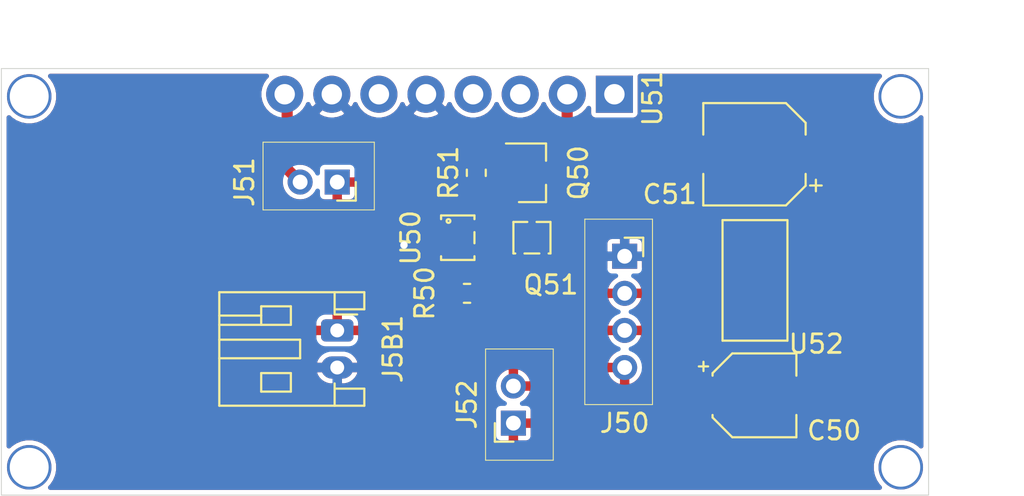
<source format=kicad_pcb>
(kicad_pcb (version 20171130) (host pcbnew "(5.1.10)-1")

  (general
    (thickness 1.6)
    (drawings 6)
    (tracks 20)
    (zones 0)
    (modules 17)
    (nets 15)
  )

  (page User 200 200)
  (title_block
    (title "Spectrometer Multi-Board System")
    (date 2021-05-28)
    (rev 1.0)
    (company "Team Spectrometer")
  )

  (layers
    (0 F.Cu signal)
    (31 B.Cu signal)
    (32 B.Adhes user hide)
    (33 F.Adhes user hide)
    (34 B.Paste user hide)
    (35 F.Paste user hide)
    (36 B.SilkS user hide)
    (37 F.SilkS user hide)
    (38 B.Mask user hide)
    (39 F.Mask user hide)
    (40 Dwgs.User user hide)
    (41 Cmts.User user)
    (42 Eco1.User user hide)
    (43 Eco2.User user hide)
    (44 Edge.Cuts user)
    (45 Margin user hide)
    (46 B.CrtYd user hide)
    (47 F.CrtYd user)
    (48 B.Fab user hide)
    (49 F.Fab user hide)
  )

  (setup
    (last_trace_width 0.4)
    (trace_clearance 0.2)
    (zone_clearance 0.254)
    (zone_45_only no)
    (trace_min 0.2)
    (via_size 0.8)
    (via_drill 0.4)
    (via_min_size 0.4)
    (via_min_drill 0.3)
    (uvia_size 0.3)
    (uvia_drill 0.1)
    (uvias_allowed no)
    (uvia_min_size 0.2)
    (uvia_min_drill 0.1)
    (edge_width 0.05)
    (segment_width 0.2)
    (pcb_text_width 0.3)
    (pcb_text_size 1.5 1.5)
    (mod_edge_width 0.12)
    (mod_text_size 1 1)
    (mod_text_width 0.15)
    (pad_size 0.85 0.85)
    (pad_drill 0.5)
    (pad_to_mask_clearance 0.051)
    (solder_mask_min_width 0.25)
    (aux_axis_origin 0 0)
    (visible_elements 7FFFFFFF)
    (pcbplotparams
      (layerselection 0x012fc_ffffffff)
      (usegerberextensions false)
      (usegerberattributes false)
      (usegerberadvancedattributes false)
      (creategerberjobfile false)
      (excludeedgelayer true)
      (linewidth 0.100000)
      (plotframeref false)
      (viasonmask false)
      (mode 1)
      (useauxorigin false)
      (hpglpennumber 1)
      (hpglpenspeed 20)
      (hpglpendiameter 15.000000)
      (psnegative false)
      (psa4output false)
      (plotreference true)
      (plotvalue true)
      (plotinvisibletext false)
      (padsonsilk false)
      (subtractmaskfromsilk false)
      (outputformat 4)
      (mirror false)
      (drillshape 0)
      (scaleselection 1)
      (outputdirectory "./"))
  )

  (net 0 "")
  (net 1 GND)
  (net 2 "Net-(C50-Pad1)")
  (net 3 "Net-(C51-Pad1)")
  (net 4 "Net-(Q51-Pad1)")
  (net 5 "Net-(Q50-Pad1)")
  (net 6 "Net-(Q50-Pad3)")
  (net 7 "Net-(J50-Pad4)")
  (net 8 "Net-(J51-Pad2)")
  (net 9 "Net-(J51-Pad1)")
  (net 10 "Net-(U50-Pad1)")
  (net 11 "Net-(U51-Pad6)")
  (net 12 "Net-(U51-Pad4)")
  (net 13 "Net-(U51-Pad3)")
  (net 14 "Net-(U51-Pad1)")

  (net_class Default "This is the default net class."
    (clearance 0.2)
    (trace_width 0.4)
    (via_dia 0.8)
    (via_drill 0.4)
    (uvia_dia 0.3)
    (uvia_drill 0.1)
    (add_net "Net-(Q50-Pad1)")
    (add_net "Net-(Q51-Pad1)")
    (add_net "Net-(U50-Pad1)")
    (add_net "Net-(U51-Pad1)")
    (add_net "Net-(U51-Pad3)")
    (add_net "Net-(U51-Pad4)")
    (add_net "Net-(U51-Pad6)")
  )

  (net_class Analog ""
    (clearance 0.2)
    (trace_width 0.6)
    (via_dia 0.8)
    (via_drill 0.4)
    (uvia_dia 0.3)
    (uvia_drill 0.1)
  )

  (net_class Power ""
    (clearance 0.2)
    (trace_width 0.6)
    (via_dia 0.8)
    (via_drill 0.4)
    (uvia_dia 0.3)
    (uvia_drill 0.1)
    (add_net GND)
    (add_net "Net-(C50-Pad1)")
    (add_net "Net-(C51-Pad1)")
    (add_net "Net-(J50-Pad4)")
    (add_net "Net-(J51-Pad1)")
    (add_net "Net-(J51-Pad2)")
    (add_net "Net-(Q50-Pad3)")
  )

  (module spectrometer_core:M2_mounting (layer F.Cu) (tedit 60DA2D85) (tstamp 60DA9E56)
    (at 92.5 132.5)
    (fp_text reference REF** (at 0 0) (layer F.Fab) hide
      (effects (font (size 1 1) (thickness 0.15)))
    )
    (fp_text value M2_mounting (at 0 -2) (layer F.Fab)
      (effects (font (size 1 1) (thickness 0.15)))
    )
    (pad "" np_thru_hole circle (at 0 0) (size 2.4 2.4) (drill 2.1) (layers *.Cu *.Mask)
      (zone_connect 0))
  )

  (module spectrometer_core:M2_mounting (layer F.Cu) (tedit 60DA2D85) (tstamp 60DA9E56)
    (at 139.5 132.5)
    (fp_text reference REF** (at 0 0) (layer F.Fab) hide
      (effects (font (size 1 1) (thickness 0.15)))
    )
    (fp_text value M2_mounting (at 0 -2) (layer F.Fab)
      (effects (font (size 1 1) (thickness 0.15)))
    )
    (pad "" np_thru_hole circle (at 0 0) (size 2.4 2.4) (drill 2.1) (layers *.Cu *.Mask)
      (zone_connect 0))
  )

  (module spectrometer_core:M2_mounting (layer F.Cu) (tedit 60DA2D85) (tstamp 60DA9E56)
    (at 139.5 112.5)
    (fp_text reference REF** (at 0 0) (layer F.Fab) hide
      (effects (font (size 1 1) (thickness 0.15)))
    )
    (fp_text value M2_mounting (at 0 -2) (layer F.Fab)
      (effects (font (size 1 1) (thickness 0.15)))
    )
    (pad "" np_thru_hole circle (at 0 0) (size 2.4 2.4) (drill 2.1) (layers *.Cu *.Mask)
      (zone_connect 0))
  )

  (module spectrometer_core:M2_mounting (layer F.Cu) (tedit 60DA2D85) (tstamp 60DAA2BA)
    (at 92.5 112.5)
    (fp_text reference REF** (at 0 0) (layer F.Fab) hide
      (effects (font (size 1 1) (thickness 0.15)))
    )
    (fp_text value M2_mounting (at 0 -2) (layer F.Fab)
      (effects (font (size 1 1) (thickness 0.15)))
    )
    (pad "" np_thru_hole circle (at 0 0) (size 2.4 2.4) (drill 2.1) (layers *.Cu *.Mask)
      (zone_connect 0))
  )

  (module spectrometer_core:1x02_Vert_P2.00_Molex_Micro-Latch (layer F.Cu) (tedit 60BE55EA) (tstamp 60BAC451)
    (at 108.11 117.12 90)
    (path /62377B88)
    (fp_text reference J51 (at 0 -4 270) (layer F.SilkS)
      (effects (font (size 1 1) (thickness 0.15)))
    )
    (fp_text value C_01x02 (at 0 5.5 90) (layer F.Fab)
      (effects (font (size 1 1) (thickness 0.15)))
    )
    (fp_line (start -1 2) (end -1 1) (layer F.SilkS) (width 0.12))
    (fp_line (start -1.5 3) (end 2.15 3) (layer F.SilkS) (width 0.05))
    (fp_line (start -1.5 -3) (end -1.5 3) (layer F.SilkS) (width 0.05))
    (fp_line (start -1.5 -3) (end 2.15 -3) (layer F.SilkS) (width 0.05))
    (fp_line (start -1 2) (end 0 2) (layer F.SilkS) (width 0.12))
    (fp_line (start 2.15 3) (end 2.15 -3) (layer F.SilkS) (width 0.05))
    (fp_line (start -0.25 -1.25) (end -0.25 -0.75) (layer F.Fab) (width 0.1))
    (fp_line (start -0.25 0.75) (end -0.25 1.25) (layer F.Fab) (width 0.1))
    (fp_line (start -2 -3.5) (end 2.65 -3.5) (layer F.CrtYd) (width 0.08))
    (fp_line (start -2 -3.5) (end -2 3.5) (layer F.CrtYd) (width 0.08))
    (fp_line (start 2.65 3.5) (end 2.65 -3.5) (layer F.CrtYd) (width 0.08))
    (fp_line (start 2.65 3.5) (end -2 3.5) (layer F.CrtYd) (width 0.08))
    (pad 1 thru_hole rect (at 0 1 90) (size 1.35 1.35) (drill 0.8) (layers *.Cu *.Mask)
      (net 9 "Net-(J51-Pad1)"))
    (pad 2 thru_hole oval (at 0 -1 90) (size 1.35 1.35) (drill 0.8) (layers *.Cu *.Mask)
      (net 8 "Net-(J51-Pad2)"))
  )

  (module spectrometer_core:UFM-3 (layer F.Cu) (tedit 60BE590C) (tstamp 60BAF064)
    (at 119.61 120.12)
    (path /60E98F5F)
    (fp_text reference Q51 (at 1.016 2.54) (layer F.SilkS)
      (effects (font (size 1 1) (thickness 0.15)))
    )
    (fp_text value SSM3K127TU (at 0 -2) (layer F.Fab)
      (effects (font (size 1 1) (thickness 0.15)))
    )
    (fp_line (start 1 0.85) (end 1 -0.85) (layer F.SilkS) (width 0.12))
    (fp_line (start 1 -0.85) (end 0.25 -0.85) (layer F.SilkS) (width 0.12))
    (fp_line (start -0.25 -0.85) (end -1 -0.85) (layer F.SilkS) (width 0.12))
    (fp_line (start -1 -0.85) (end -1 0.85) (layer F.SilkS) (width 0.12))
    (fp_line (start -1 0.85) (end -0.9 0.85) (layer F.SilkS) (width 0.12))
    (fp_line (start 1 0.85) (end 0.9 0.85) (layer F.SilkS) (width 0.12))
    (fp_line (start -0.4 0.85) (end 0.4 0.85) (layer F.SilkS) (width 0.12))
    (fp_line (start -1.25 -1.5) (end 1.25 -1.5) (layer F.CrtYd) (width 0.06))
    (fp_line (start 1.25 -1.5) (end 1.25 1.5) (layer F.CrtYd) (width 0.06))
    (fp_line (start 1.25 1.5) (end -1.25 1.5) (layer F.CrtYd) (width 0.06))
    (fp_line (start -1.25 1.5) (end -1.25 -1.5) (layer F.CrtYd) (width 0.06))
    (pad 3 smd rect (at 0 -1) (size 0.4 0.6) (layers F.Cu F.Paste F.Mask)
      (net 5 "Net-(Q50-Pad1)"))
    (pad 2 smd rect (at 0.65 1) (size 0.4 0.6) (layers F.Cu F.Paste F.Mask)
      (net 1 GND))
    (pad 1 smd rect (at -0.65 1) (size 0.4 0.6) (layers F.Cu F.Paste F.Mask)
      (net 4 "Net-(Q51-Pad1)"))
  )

  (module spectrometer_core:SOT-223 (layer F.Cu) (tedit 60BE5755) (tstamp 60BABE31)
    (at 131.638 122.421 270)
    (path /60933507)
    (fp_text reference U52 (at 3.429 -3.302) (layer F.SilkS)
      (effects (font (size 1 1) (thickness 0.15)))
    )
    (fp_text value LM1117 (at 0 -5 270) (layer F.Fab)
      (effects (font (size 1 1) (thickness 0.15)))
    )
    (fp_line (start 3.25 -1.75) (end -3.25 -1.75) (layer F.SilkS) (width 0.12))
    (fp_line (start -3.25 -1.75) (end -3.25 1.75) (layer F.SilkS) (width 0.12))
    (fp_line (start 3.25 1.75) (end -3.25 1.75) (layer F.SilkS) (width 0.12))
    (fp_line (start 3.25 -1.75) (end 3.25 1.75) (layer F.SilkS) (width 0.12))
    (fp_line (start -3.6 -4.5) (end 3.65 -4.5) (layer F.CrtYd) (width 0.12))
    (fp_line (start 3.65 -4.5) (end 3.65 4.5) (layer F.CrtYd) (width 0.12))
    (fp_line (start 3.65 4.5) (end -3.6 4.5) (layer F.CrtYd) (width 0.12))
    (fp_line (start -3.6 4.5) (end -3.6 -4.5) (layer F.CrtYd) (width 0.12))
    (pad 2 smd roundrect (at 0 -3.15 270) (size 3.8 2) (layers F.Cu F.Paste F.Mask) (roundrect_rratio 0.05)
      (net 3 "Net-(C51-Pad1)"))
    (pad 3 smd roundrect (at 2.3 3.15 270) (size 1.5 2) (layers F.Cu F.Paste F.Mask) (roundrect_rratio 0.05)
      (net 2 "Net-(C50-Pad1)"))
    (pad 2 smd roundrect (at 0 3.15 270) (size 1.5 2) (layers F.Cu F.Paste F.Mask) (roundrect_rratio 0.05)
      (net 3 "Net-(C51-Pad1)"))
    (pad 1 smd roundrect (at -2.3 3.15 270) (size 1.5 2) (layers F.Cu F.Paste F.Mask) (roundrect_rratio 0.05)
      (net 1 GND))
  )

  (module spectrometer_core:1x04_Vert_P2.00_Molex_Micro-Latch (layer F.Cu) (tedit 60BE56A2) (tstamp 60BAF0BE)
    (at 124.61 124.12 180)
    (path /614FBF7A)
    (fp_text reference J50 (at 0 -6 180) (layer F.SilkS)
      (effects (font (size 1 1) (thickness 0.15)))
    )
    (fp_text value C_01x04 (at 0 7.5 180) (layer F.Fab)
      (effects (font (size 1 1) (thickness 0.15)))
    )
    (fp_line (start -0.25 0.75) (end -0.25 1.25) (layer F.Fab) (width 0.1))
    (fp_line (start -1 4) (end 0 4) (layer F.SilkS) (width 0.12))
    (fp_line (start -1 4) (end -1 3) (layer F.SilkS) (width 0.12))
    (fp_line (start -1.5 -5) (end -1.5 5) (layer F.SilkS) (width 0.05))
    (fp_line (start 2.15 5) (end 2.15 -5) (layer F.SilkS) (width 0.05))
    (fp_line (start -1.5 -5) (end 2.15 -5) (layer F.SilkS) (width 0.05))
    (fp_line (start -0.25 2.75) (end -0.25 3.25) (layer F.Fab) (width 0.1))
    (fp_line (start -0.25 -1.25) (end -0.25 -0.75) (layer F.Fab) (width 0.1))
    (fp_line (start -1.5 5) (end 2.15 5) (layer F.SilkS) (width 0.05))
    (fp_line (start -2 -5.5) (end 2.65 -5.5) (layer F.CrtYd) (width 0.08))
    (fp_line (start 2.65 -5.5) (end 2.65 5.5) (layer F.CrtYd) (width 0.08))
    (fp_line (start -2 5.5) (end 2.65 5.5) (layer F.CrtYd) (width 0.08))
    (fp_line (start -2 -5.5) (end -2 5.5) (layer F.CrtYd) (width 0.08))
    (pad 1 thru_hole rect (at 0 3 180) (size 1.35 1.35) (drill 0.8) (layers *.Cu *.Mask)
      (net 1 GND))
    (pad 2 thru_hole oval (at 0 1 180) (size 1.35 1.35) (drill 0.8) (layers *.Cu *.Mask)
      (net 3 "Net-(C51-Pad1)"))
    (pad 3 thru_hole oval (at 0 -1 180) (size 1.35 1.35) (drill 0.8) (layers *.Cu *.Mask)
      (net 2 "Net-(C50-Pad1)"))
    (pad 4 thru_hole oval (at 0 -3 180) (size 1.35 1.35) (drill 0.8) (layers *.Cu *.Mask)
      (net 7 "Net-(J50-Pad4)"))
  )

  (module spectrometer_core:1x02_Vert_P2.00_Molex_Micro-Latch (layer F.Cu) (tedit 60BE55EA) (tstamp 60BAC3DF)
    (at 118.61 129.12)
    (path /6217F2B0)
    (fp_text reference J52 (at -2.5 0 90) (layer F.SilkS)
      (effects (font (size 1 1) (thickness 0.15)))
    )
    (fp_text value C_01x02 (at 0 5.5) (layer F.Fab)
      (effects (font (size 1 1) (thickness 0.15)))
    )
    (fp_line (start -1 2) (end -1 1) (layer F.SilkS) (width 0.12))
    (fp_line (start -1.5 3) (end 2.15 3) (layer F.SilkS) (width 0.05))
    (fp_line (start -1.5 -3) (end -1.5 3) (layer F.SilkS) (width 0.05))
    (fp_line (start -1.5 -3) (end 2.15 -3) (layer F.SilkS) (width 0.05))
    (fp_line (start -1 2) (end 0 2) (layer F.SilkS) (width 0.12))
    (fp_line (start 2.15 3) (end 2.15 -3) (layer F.SilkS) (width 0.05))
    (fp_line (start -0.25 -1.25) (end -0.25 -0.75) (layer F.Fab) (width 0.1))
    (fp_line (start -0.25 0.75) (end -0.25 1.25) (layer F.Fab) (width 0.1))
    (fp_line (start -2 -3.5) (end 2.65 -3.5) (layer F.CrtYd) (width 0.08))
    (fp_line (start -2 -3.5) (end -2 3.5) (layer F.CrtYd) (width 0.08))
    (fp_line (start 2.65 3.5) (end 2.65 -3.5) (layer F.CrtYd) (width 0.08))
    (fp_line (start 2.65 3.5) (end -2 3.5) (layer F.CrtYd) (width 0.08))
    (pad 1 thru_hole rect (at 0 1) (size 1.35 1.35) (drill 0.8) (layers *.Cu *.Mask)
      (net 7 "Net-(J50-Pad4)"))
    (pad 2 thru_hole oval (at 0 -1) (size 1.35 1.35) (drill 0.8) (layers *.Cu *.Mask)
      (net 2 "Net-(C50-Pad1)"))
  )

  (module spectrometer_core:SC70 (layer F.Cu) (tedit 60BE585C) (tstamp 60BAEFFB)
    (at 115.61 120.12)
    (path /60933AAC)
    (fp_text reference U50 (at -2.54 0 90) (layer F.SilkS)
      (effects (font (size 1 1) (thickness 0.15)))
    )
    (fp_text value LMS33460 (at 0 -2.1) (layer F.Fab)
      (effects (font (size 1 1) (thickness 0.15)))
    )
    (fp_line (start -0.9 -1) (end -0.9 -1.2) (layer F.SilkS) (width 0.12))
    (fp_line (start -0.9 -1.2) (end 0.9 -1.2) (layer F.SilkS) (width 0.12))
    (fp_line (start 0.9 -1.2) (end 0.9 -1) (layer F.SilkS) (width 0.12))
    (fp_line (start 0.9 -0.3) (end 0.9 0.3) (layer F.SilkS) (width 0.12))
    (fp_line (start 0.9 1) (end 0.9 1.2) (layer F.SilkS) (width 0.12))
    (fp_line (start 0.9 1.2) (end -0.9 1.2) (layer F.SilkS) (width 0.12))
    (fp_line (start -0.9 1.2) (end -0.9 1) (layer F.SilkS) (width 0.12))
    (fp_circle (center -0.5 -0.9) (end -0.5 -0.8) (layer F.SilkS) (width 0.12))
    (fp_line (start -1.85 -1.5) (end 1.9 -1.5) (layer F.CrtYd) (width 0.08))
    (fp_line (start 1.9 -1.5) (end 1.9 1.5) (layer F.CrtYd) (width 0.08))
    (fp_line (start 1.9 1.5) (end -1.85 1.5) (layer F.CrtYd) (width 0.08))
    (fp_line (start -1.85 1.5) (end -1.85 -1.5) (layer F.CrtYd) (width 0.08))
    (pad 4 smd roundrect (at 1.1 0.65) (size 0.85 0.4) (layers F.Cu F.Paste F.Mask) (roundrect_rratio 0.083)
      (net 4 "Net-(Q51-Pad1)"))
    (pad 5 smd roundrect (at 1.1 -0.65) (size 0.85 0.4) (layers F.Cu F.Paste F.Mask) (roundrect_rratio 0.083)
      (net 9 "Net-(J51-Pad1)"))
    (pad 3 smd roundrect (at -1.1 0.65) (size 0.85 0.4) (layers F.Cu F.Paste F.Mask) (roundrect_rratio 0.083)
      (net 1 GND))
    (pad 2 smd roundrect (at -1.1 0) (size 0.85 0.4) (layers F.Cu F.Paste F.Mask) (roundrect_rratio 0.083)
      (net 1 GND))
    (pad 1 smd roundrect (at -1.1 -0.65) (size 0.85 0.4) (layers F.Cu F.Paste F.Mask) (roundrect_rratio 0.083)
      (net 10 "Net-(U50-Pad1)"))
  )

  (module spectrometer_core:Powerboost1000C (layer F.Cu) (tedit 609E2DEB) (tstamp 60BB1C31)
    (at 115.167 112.384 180)
    (path /60936121)
    (fp_text reference U51 (at -10.943 -0.236 270) (layer F.SilkS)
      (effects (font (size 1 1) (thickness 0.15)))
    )
    (fp_text value PowerBoost1000C (at 0 -2.54 180) (layer F.Fab)
      (effects (font (size 1 1) (thickness 0.15)))
    )
    (fp_line (start -21.72 -21.59) (end 14.35 -21.59) (layer F.CrtYd) (width 0.12))
    (fp_line (start -21.72 1.27) (end -21.72 -21.59) (layer F.CrtYd) (width 0.12))
    (fp_line (start -21.72 1.27) (end 14.35 1.27) (layer F.CrtYd) (width 0.12))
    (fp_line (start 14.35 1.27) (end 14.35 -21.59) (layer F.CrtYd) (width 0.12))
    (pad 8 thru_hole circle (at 8.89 0 180) (size 2 2) (drill 1.1) (layers *.Cu *.Mask)
      (net 8 "Net-(J51-Pad2)"))
    (pad 7 thru_hole circle (at 6.35 0 180) (size 2 2) (drill 1.1) (layers *.Cu *.Mask)
      (net 1 GND))
    (pad 6 thru_hole circle (at 3.81 0 180) (size 2 2) (drill 1.1) (layers *.Cu *.Mask)
      (net 11 "Net-(U51-Pad6)"))
    (pad 5 thru_hole circle (at 1.27 0 180) (size 2 2) (drill 1.1) (layers *.Cu *.Mask)
      (net 1 GND))
    (pad 4 thru_hole circle (at -1.27 0 180) (size 2 2) (drill 1.1) (layers *.Cu *.Mask)
      (net 12 "Net-(U51-Pad4)"))
    (pad 3 thru_hole circle (at -3.81 0 180) (size 2 2) (drill 1.1) (layers *.Cu *.Mask)
      (net 13 "Net-(U51-Pad3)"))
    (pad 2 thru_hole circle (at -6.35 0 180) (size 2 2) (drill 1.1) (layers *.Cu *.Mask)
      (net 6 "Net-(Q50-Pad3)"))
    (pad 1 thru_hole rect (at -8.89 0 180) (size 2 2) (drill 1.1) (layers *.Cu *.Mask)
      (net 14 "Net-(U51-Pad1)"))
  )

  (module Resistor_SMD:R_0603_1608Metric_Pad1.05x0.95mm_HandSolder (layer F.Cu) (tedit 5B301BBD) (tstamp 60BAEFCB)
    (at 116.11 123.12)
    (descr "Resistor SMD 0603 (1608 Metric), square (rectangular) end terminal, IPC_7351 nominal with elongated pad for handsoldering. (Body size source: http://www.tortai-tech.com/upload/download/2011102023233369053.pdf), generated with kicad-footprint-generator")
    (tags "resistor handsolder")
    (path /60D05F54)
    (attr smd)
    (fp_text reference R50 (at -2.286 0 90) (layer F.SilkS)
      (effects (font (size 1 1) (thickness 0.15)))
    )
    (fp_text value 470k (at 0 1.43) (layer F.Fab)
      (effects (font (size 1 1) (thickness 0.15)))
    )
    (fp_line (start -0.8 0.4) (end -0.8 -0.4) (layer F.Fab) (width 0.1))
    (fp_line (start -0.8 -0.4) (end 0.8 -0.4) (layer F.Fab) (width 0.1))
    (fp_line (start 0.8 -0.4) (end 0.8 0.4) (layer F.Fab) (width 0.1))
    (fp_line (start 0.8 0.4) (end -0.8 0.4) (layer F.Fab) (width 0.1))
    (fp_line (start -0.171267 -0.51) (end 0.171267 -0.51) (layer F.SilkS) (width 0.12))
    (fp_line (start -0.171267 0.51) (end 0.171267 0.51) (layer F.SilkS) (width 0.12))
    (fp_line (start -1.65 0.73) (end -1.65 -0.73) (layer F.CrtYd) (width 0.05))
    (fp_line (start -1.65 -0.73) (end 1.65 -0.73) (layer F.CrtYd) (width 0.05))
    (fp_line (start 1.65 -0.73) (end 1.65 0.73) (layer F.CrtYd) (width 0.05))
    (fp_line (start 1.65 0.73) (end -1.65 0.73) (layer F.CrtYd) (width 0.05))
    (fp_text user %R (at 0 0) (layer F.Fab)
      (effects (font (size 0.4 0.4) (thickness 0.06)))
    )
    (pad 2 smd roundrect (at 0.875 0) (size 1.05 0.95) (layers F.Cu F.Paste F.Mask) (roundrect_rratio 0.25)
      (net 4 "Net-(Q51-Pad1)"))
    (pad 1 smd roundrect (at -0.875 0) (size 1.05 0.95) (layers F.Cu F.Paste F.Mask) (roundrect_rratio 0.25)
      (net 9 "Net-(J51-Pad1)"))
    (model ${KISYS3DMOD}/Resistor_SMD.3dshapes/R_0603_1608Metric.wrl
      (at (xyz 0 0 0))
      (scale (xyz 1 1 1))
      (rotate (xyz 0 0 0))
    )
  )

  (module Package_TO_SOT_SMD:SOT-23 (layer F.Cu) (tedit 5A02FF57) (tstamp 60BAF02F)
    (at 119.61 116.62)
    (descr "SOT-23, Standard")
    (tags SOT-23)
    (path /60EA0A5C)
    (attr smd)
    (fp_text reference Q50 (at 2.5 0 90) (layer F.SilkS)
      (effects (font (size 1 1) (thickness 0.15)))
    )
    (fp_text value SSM3J372R (at 0 2.5) (layer F.Fab)
      (effects (font (size 1 1) (thickness 0.15)))
    )
    (fp_line (start -0.7 -0.95) (end -0.7 1.5) (layer F.Fab) (width 0.1))
    (fp_line (start -0.15 -1.52) (end 0.7 -1.52) (layer F.Fab) (width 0.1))
    (fp_line (start -0.7 -0.95) (end -0.15 -1.52) (layer F.Fab) (width 0.1))
    (fp_line (start 0.7 -1.52) (end 0.7 1.52) (layer F.Fab) (width 0.1))
    (fp_line (start -0.7 1.52) (end 0.7 1.52) (layer F.Fab) (width 0.1))
    (fp_line (start 0.76 1.58) (end 0.76 0.65) (layer F.SilkS) (width 0.12))
    (fp_line (start 0.76 -1.58) (end 0.76 -0.65) (layer F.SilkS) (width 0.12))
    (fp_line (start -1.7 -1.75) (end 1.7 -1.75) (layer F.CrtYd) (width 0.05))
    (fp_line (start 1.7 -1.75) (end 1.7 1.75) (layer F.CrtYd) (width 0.05))
    (fp_line (start 1.7 1.75) (end -1.7 1.75) (layer F.CrtYd) (width 0.05))
    (fp_line (start -1.7 1.75) (end -1.7 -1.75) (layer F.CrtYd) (width 0.05))
    (fp_line (start 0.76 -1.58) (end -1.4 -1.58) (layer F.SilkS) (width 0.12))
    (fp_line (start 0.76 1.58) (end -0.7 1.58) (layer F.SilkS) (width 0.12))
    (fp_text user %R (at 0 0 90) (layer F.Fab)
      (effects (font (size 0.5 0.5) (thickness 0.075)))
    )
    (pad 3 smd rect (at 1 0) (size 0.9 0.8) (layers F.Cu F.Paste F.Mask)
      (net 6 "Net-(Q50-Pad3)"))
    (pad 2 smd rect (at -1 0.95) (size 0.9 0.8) (layers F.Cu F.Paste F.Mask)
      (net 9 "Net-(J51-Pad1)"))
    (pad 1 smd rect (at -1 -0.95) (size 0.9 0.8) (layers F.Cu F.Paste F.Mask)
      (net 5 "Net-(Q50-Pad1)"))
    (model ${KISYS3DMOD}/Package_TO_SOT_SMD.3dshapes/SOT-23.wrl
      (at (xyz 0 0 0))
      (scale (xyz 1 1 1))
      (rotate (xyz 0 0 0))
    )
  )

  (module Resistor_SMD:R_0603_1608Metric_Pad1.05x0.95mm_HandSolder (layer F.Cu) (tedit 5B301BBD) (tstamp 60BAF08E)
    (at 116.61 116.62 90)
    (descr "Resistor SMD 0603 (1608 Metric), square (rectangular) end terminal, IPC_7351 nominal with elongated pad for handsoldering. (Body size source: http://www.tortai-tech.com/upload/download/2011102023233369053.pdf), generated with kicad-footprint-generator")
    (tags "resistor handsolder")
    (path /60D101F3)
    (attr smd)
    (fp_text reference R51 (at 0 -1.5 270) (layer F.SilkS)
      (effects (font (size 1 1) (thickness 0.15)))
    )
    (fp_text value 100k (at 0 1.43 90) (layer F.Fab)
      (effects (font (size 1 1) (thickness 0.15)))
    )
    (fp_line (start -0.8 0.4) (end -0.8 -0.4) (layer F.Fab) (width 0.1))
    (fp_line (start -0.8 -0.4) (end 0.8 -0.4) (layer F.Fab) (width 0.1))
    (fp_line (start 0.8 -0.4) (end 0.8 0.4) (layer F.Fab) (width 0.1))
    (fp_line (start 0.8 0.4) (end -0.8 0.4) (layer F.Fab) (width 0.1))
    (fp_line (start -0.171267 -0.51) (end 0.171267 -0.51) (layer F.SilkS) (width 0.12))
    (fp_line (start -0.171267 0.51) (end 0.171267 0.51) (layer F.SilkS) (width 0.12))
    (fp_line (start -1.65 0.73) (end -1.65 -0.73) (layer F.CrtYd) (width 0.05))
    (fp_line (start -1.65 -0.73) (end 1.65 -0.73) (layer F.CrtYd) (width 0.05))
    (fp_line (start 1.65 -0.73) (end 1.65 0.73) (layer F.CrtYd) (width 0.05))
    (fp_line (start 1.65 0.73) (end -1.65 0.73) (layer F.CrtYd) (width 0.05))
    (fp_text user %R (at 0 0 90) (layer F.Fab)
      (effects (font (size 0.4 0.4) (thickness 0.06)))
    )
    (pad 2 smd roundrect (at 0.875 0 90) (size 1.05 0.95) (layers F.Cu F.Paste F.Mask) (roundrect_rratio 0.25)
      (net 5 "Net-(Q50-Pad1)"))
    (pad 1 smd roundrect (at -0.875 0 90) (size 1.05 0.95) (layers F.Cu F.Paste F.Mask) (roundrect_rratio 0.25)
      (net 9 "Net-(J51-Pad1)"))
    (model ${KISYS3DMOD}/Resistor_SMD.3dshapes/R_0603_1608Metric.wrl
      (at (xyz 0 0 0))
      (scale (xyz 1 1 1))
      (rotate (xyz 0 0 0))
    )
  )

  (module Connector_JST:JST_PH_S2B-PH-K_1x02_P2.00mm_Horizontal (layer F.Cu) (tedit 5B7745C6) (tstamp 60BAC7D8)
    (at 109.11 125.12 270)
    (descr "JST PH series connector, S2B-PH-K (http://www.jst-mfg.com/product/pdf/eng/ePH.pdf), generated with kicad-footprint-generator")
    (tags "connector JST PH top entry")
    (path /6095ED74)
    (fp_text reference J5B1 (at 1 -3 90) (layer F.SilkS)
      (effects (font (size 1 1) (thickness 0.15)))
    )
    (fp_text value C_01x02 (at 1 7.45 270) (layer F.Fab)
      (effects (font (size 1 1) (thickness 0.15)))
    )
    (fp_line (start -0.86 0.14) (end -1.14 0.14) (layer F.SilkS) (width 0.12))
    (fp_line (start -1.14 0.14) (end -1.14 -1.46) (layer F.SilkS) (width 0.12))
    (fp_line (start -1.14 -1.46) (end -2.06 -1.46) (layer F.SilkS) (width 0.12))
    (fp_line (start -2.06 -1.46) (end -2.06 6.36) (layer F.SilkS) (width 0.12))
    (fp_line (start -2.06 6.36) (end 4.06 6.36) (layer F.SilkS) (width 0.12))
    (fp_line (start 4.06 6.36) (end 4.06 -1.46) (layer F.SilkS) (width 0.12))
    (fp_line (start 4.06 -1.46) (end 3.14 -1.46) (layer F.SilkS) (width 0.12))
    (fp_line (start 3.14 -1.46) (end 3.14 0.14) (layer F.SilkS) (width 0.12))
    (fp_line (start 3.14 0.14) (end 2.86 0.14) (layer F.SilkS) (width 0.12))
    (fp_line (start 0.5 6.36) (end 0.5 2) (layer F.SilkS) (width 0.12))
    (fp_line (start 0.5 2) (end 1.5 2) (layer F.SilkS) (width 0.12))
    (fp_line (start 1.5 2) (end 1.5 6.36) (layer F.SilkS) (width 0.12))
    (fp_line (start -2.06 0.14) (end -1.14 0.14) (layer F.SilkS) (width 0.12))
    (fp_line (start 4.06 0.14) (end 3.14 0.14) (layer F.SilkS) (width 0.12))
    (fp_line (start -1.3 2.5) (end -1.3 4.1) (layer F.SilkS) (width 0.12))
    (fp_line (start -1.3 4.1) (end -0.3 4.1) (layer F.SilkS) (width 0.12))
    (fp_line (start -0.3 4.1) (end -0.3 2.5) (layer F.SilkS) (width 0.12))
    (fp_line (start -0.3 2.5) (end -1.3 2.5) (layer F.SilkS) (width 0.12))
    (fp_line (start 3.3 2.5) (end 3.3 4.1) (layer F.SilkS) (width 0.12))
    (fp_line (start 3.3 4.1) (end 2.3 4.1) (layer F.SilkS) (width 0.12))
    (fp_line (start 2.3 4.1) (end 2.3 2.5) (layer F.SilkS) (width 0.12))
    (fp_line (start 2.3 2.5) (end 3.3 2.5) (layer F.SilkS) (width 0.12))
    (fp_line (start -0.3 4.1) (end -0.3 6.36) (layer F.SilkS) (width 0.12))
    (fp_line (start -0.8 4.1) (end -0.8 6.36) (layer F.SilkS) (width 0.12))
    (fp_line (start -2.45 -1.85) (end -2.45 6.75) (layer F.CrtYd) (width 0.05))
    (fp_line (start -2.45 6.75) (end 4.45 6.75) (layer F.CrtYd) (width 0.05))
    (fp_line (start 4.45 6.75) (end 4.45 -1.85) (layer F.CrtYd) (width 0.05))
    (fp_line (start 4.45 -1.85) (end -2.45 -1.85) (layer F.CrtYd) (width 0.05))
    (fp_line (start -1.25 0.25) (end -1.25 -1.35) (layer F.Fab) (width 0.1))
    (fp_line (start -1.25 -1.35) (end -1.95 -1.35) (layer F.Fab) (width 0.1))
    (fp_line (start -1.95 -1.35) (end -1.95 6.25) (layer F.Fab) (width 0.1))
    (fp_line (start -1.95 6.25) (end 3.95 6.25) (layer F.Fab) (width 0.1))
    (fp_line (start 3.95 6.25) (end 3.95 -1.35) (layer F.Fab) (width 0.1))
    (fp_line (start 3.95 -1.35) (end 3.25 -1.35) (layer F.Fab) (width 0.1))
    (fp_line (start 3.25 -1.35) (end 3.25 0.25) (layer F.Fab) (width 0.1))
    (fp_line (start 3.25 0.25) (end -1.25 0.25) (layer F.Fab) (width 0.1))
    (fp_line (start -0.86 0.14) (end -0.86 -1.075) (layer F.SilkS) (width 0.12))
    (fp_line (start 0 0.875) (end -0.5 1.375) (layer F.Fab) (width 0.1))
    (fp_line (start -0.5 1.375) (end 0.5 1.375) (layer F.Fab) (width 0.1))
    (fp_line (start 0.5 1.375) (end 0 0.875) (layer F.Fab) (width 0.1))
    (fp_text user %R (at 1 2.5 270) (layer F.Fab)
      (effects (font (size 1 1) (thickness 0.15)))
    )
    (pad 2 thru_hole oval (at 2 0 270) (size 1.2 1.75) (drill 0.75) (layers *.Cu *.Mask)
      (net 1 GND))
    (pad 1 thru_hole roundrect (at 0 0 270) (size 1.2 1.75) (drill 0.75) (layers *.Cu *.Mask) (roundrect_rratio 0.208333)
      (net 9 "Net-(J51-Pad1)"))
    (model ${KISYS3DMOD}/Connector_JST.3dshapes/JST_PH_S2B-PH-K_1x02_P2.00mm_Horizontal.wrl
      (at (xyz 0 0 0))
      (scale (xyz 1 1 1))
      (rotate (xyz 0 0 0))
    )
  )

  (module Capacitor_SMD:CP_Elec_5x4.5 (layer F.Cu) (tedit 5BCA39CF) (tstamp 60BAC75C)
    (at 131.61 115.62 180)
    (descr "SMD capacitor, aluminum electrolytic, Nichicon, 5.0x4.5mm")
    (tags "capacitor electrolytic")
    (path /60B16E0D)
    (attr smd)
    (fp_text reference C51 (at 4.572 -2.159 180) (layer F.SilkS)
      (effects (font (size 1 1) (thickness 0.15)))
    )
    (fp_text value 100u (at 0 3.7 180) (layer F.Fab)
      (effects (font (size 1 1) (thickness 0.15)))
    )
    (fp_circle (center 0 0) (end 2.5 0) (layer F.Fab) (width 0.1))
    (fp_line (start 2.65 -2.65) (end 2.65 2.65) (layer F.Fab) (width 0.1))
    (fp_line (start -1.65 -2.65) (end 2.65 -2.65) (layer F.Fab) (width 0.1))
    (fp_line (start -1.65 2.65) (end 2.65 2.65) (layer F.Fab) (width 0.1))
    (fp_line (start -2.65 -1.65) (end -2.65 1.65) (layer F.Fab) (width 0.1))
    (fp_line (start -2.65 -1.65) (end -1.65 -2.65) (layer F.Fab) (width 0.1))
    (fp_line (start -2.65 1.65) (end -1.65 2.65) (layer F.Fab) (width 0.1))
    (fp_line (start -2.033956 -1.2) (end -1.533956 -1.2) (layer F.Fab) (width 0.1))
    (fp_line (start -1.783956 -1.45) (end -1.783956 -0.95) (layer F.Fab) (width 0.1))
    (fp_line (start 2.76 2.76) (end 2.76 1.06) (layer F.SilkS) (width 0.12))
    (fp_line (start 2.76 -2.76) (end 2.76 -1.06) (layer F.SilkS) (width 0.12))
    (fp_line (start -1.695563 -2.76) (end 2.76 -2.76) (layer F.SilkS) (width 0.12))
    (fp_line (start -1.695563 2.76) (end 2.76 2.76) (layer F.SilkS) (width 0.12))
    (fp_line (start -2.76 1.695563) (end -2.76 1.06) (layer F.SilkS) (width 0.12))
    (fp_line (start -2.76 -1.695563) (end -2.76 -1.06) (layer F.SilkS) (width 0.12))
    (fp_line (start -2.76 -1.695563) (end -1.695563 -2.76) (layer F.SilkS) (width 0.12))
    (fp_line (start -2.76 1.695563) (end -1.695563 2.76) (layer F.SilkS) (width 0.12))
    (fp_line (start -3.625 -1.685) (end -3 -1.685) (layer F.SilkS) (width 0.12))
    (fp_line (start -3.3125 -1.9975) (end -3.3125 -1.3725) (layer F.SilkS) (width 0.12))
    (fp_line (start 2.9 -2.9) (end 2.9 -1.05) (layer F.CrtYd) (width 0.05))
    (fp_line (start 2.9 -1.05) (end 3.95 -1.05) (layer F.CrtYd) (width 0.05))
    (fp_line (start 3.95 -1.05) (end 3.95 1.05) (layer F.CrtYd) (width 0.05))
    (fp_line (start 3.95 1.05) (end 2.9 1.05) (layer F.CrtYd) (width 0.05))
    (fp_line (start 2.9 1.05) (end 2.9 2.9) (layer F.CrtYd) (width 0.05))
    (fp_line (start -1.75 2.9) (end 2.9 2.9) (layer F.CrtYd) (width 0.05))
    (fp_line (start -1.75 -2.9) (end 2.9 -2.9) (layer F.CrtYd) (width 0.05))
    (fp_line (start -2.9 1.75) (end -1.75 2.9) (layer F.CrtYd) (width 0.05))
    (fp_line (start -2.9 -1.75) (end -1.75 -2.9) (layer F.CrtYd) (width 0.05))
    (fp_line (start -2.9 -1.75) (end -2.9 -1.05) (layer F.CrtYd) (width 0.05))
    (fp_line (start -2.9 1.05) (end -2.9 1.75) (layer F.CrtYd) (width 0.05))
    (fp_line (start -2.9 -1.05) (end -3.95 -1.05) (layer F.CrtYd) (width 0.05))
    (fp_line (start -3.95 -1.05) (end -3.95 1.05) (layer F.CrtYd) (width 0.05))
    (fp_line (start -3.95 1.05) (end -2.9 1.05) (layer F.CrtYd) (width 0.05))
    (fp_text user %R (at 0 0 180) (layer F.Fab)
      (effects (font (size 1 1) (thickness 0.15)))
    )
    (pad 2 smd roundrect (at 2.2 0 180) (size 3 1.6) (layers F.Cu F.Paste F.Mask) (roundrect_rratio 0.15625)
      (net 1 GND))
    (pad 1 smd roundrect (at -2.2 0 180) (size 3 1.6) (layers F.Cu F.Paste F.Mask) (roundrect_rratio 0.15625)
      (net 3 "Net-(C51-Pad1)"))
    (model ${KISYS3DMOD}/Capacitor_SMD.3dshapes/CP_Elec_5x4.5.wrl
      (at (xyz 0 0 0))
      (scale (xyz 1 1 1))
      (rotate (xyz 0 0 0))
    )
  )

  (module Capacitor_SMD:CP_Elec_4x3 (layer F.Cu) (tedit 5BCA39CF) (tstamp 60BAC6E7)
    (at 131.61 128.62)
    (descr "SMD capacitor, aluminum electrolytic, Nichicon, 4.0x3mm")
    (tags "capacitor electrolytic")
    (path /60AC77EE)
    (attr smd)
    (fp_text reference C50 (at 4.296 1.905) (layer F.SilkS)
      (effects (font (size 1 1) (thickness 0.15)))
    )
    (fp_text value 10u (at 0 3.2) (layer F.Fab)
      (effects (font (size 1 1) (thickness 0.15)))
    )
    (fp_circle (center 0 0) (end 2 0) (layer F.Fab) (width 0.1))
    (fp_line (start 2.15 -2.15) (end 2.15 2.15) (layer F.Fab) (width 0.1))
    (fp_line (start -1.15 -2.15) (end 2.15 -2.15) (layer F.Fab) (width 0.1))
    (fp_line (start -1.15 2.15) (end 2.15 2.15) (layer F.Fab) (width 0.1))
    (fp_line (start -2.15 -1.15) (end -2.15 1.15) (layer F.Fab) (width 0.1))
    (fp_line (start -2.15 -1.15) (end -1.15 -2.15) (layer F.Fab) (width 0.1))
    (fp_line (start -2.15 1.15) (end -1.15 2.15) (layer F.Fab) (width 0.1))
    (fp_line (start -1.574773 -1) (end -1.174773 -1) (layer F.Fab) (width 0.1))
    (fp_line (start -1.374773 -1.2) (end -1.374773 -0.8) (layer F.Fab) (width 0.1))
    (fp_line (start 2.26 2.26) (end 2.26 1.06) (layer F.SilkS) (width 0.12))
    (fp_line (start 2.26 -2.26) (end 2.26 -1.06) (layer F.SilkS) (width 0.12))
    (fp_line (start -1.195563 -2.26) (end 2.26 -2.26) (layer F.SilkS) (width 0.12))
    (fp_line (start -1.195563 2.26) (end 2.26 2.26) (layer F.SilkS) (width 0.12))
    (fp_line (start -2.26 1.195563) (end -2.26 1.06) (layer F.SilkS) (width 0.12))
    (fp_line (start -2.26 -1.195563) (end -2.26 -1.06) (layer F.SilkS) (width 0.12))
    (fp_line (start -2.26 -1.195563) (end -1.195563 -2.26) (layer F.SilkS) (width 0.12))
    (fp_line (start -2.26 1.195563) (end -1.195563 2.26) (layer F.SilkS) (width 0.12))
    (fp_line (start -3 -1.56) (end -2.5 -1.56) (layer F.SilkS) (width 0.12))
    (fp_line (start -2.75 -1.81) (end -2.75 -1.31) (layer F.SilkS) (width 0.12))
    (fp_line (start 2.4 -2.4) (end 2.4 -1.05) (layer F.CrtYd) (width 0.05))
    (fp_line (start 2.4 -1.05) (end 3.35 -1.05) (layer F.CrtYd) (width 0.05))
    (fp_line (start 3.35 -1.05) (end 3.35 1.05) (layer F.CrtYd) (width 0.05))
    (fp_line (start 3.35 1.05) (end 2.4 1.05) (layer F.CrtYd) (width 0.05))
    (fp_line (start 2.4 1.05) (end 2.4 2.4) (layer F.CrtYd) (width 0.05))
    (fp_line (start -1.25 2.4) (end 2.4 2.4) (layer F.CrtYd) (width 0.05))
    (fp_line (start -1.25 -2.4) (end 2.4 -2.4) (layer F.CrtYd) (width 0.05))
    (fp_line (start -2.4 1.25) (end -1.25 2.4) (layer F.CrtYd) (width 0.05))
    (fp_line (start -2.4 -1.25) (end -1.25 -2.4) (layer F.CrtYd) (width 0.05))
    (fp_line (start -2.4 -1.25) (end -2.4 -1.05) (layer F.CrtYd) (width 0.05))
    (fp_line (start -2.4 1.05) (end -2.4 1.25) (layer F.CrtYd) (width 0.05))
    (fp_line (start -2.4 -1.05) (end -3.35 -1.05) (layer F.CrtYd) (width 0.05))
    (fp_line (start -3.35 -1.05) (end -3.35 1.05) (layer F.CrtYd) (width 0.05))
    (fp_line (start -3.35 1.05) (end -2.4 1.05) (layer F.CrtYd) (width 0.05))
    (fp_text user %R (at 0 0) (layer F.Fab)
      (effects (font (size 0.8 0.8) (thickness 0.12)))
    )
    (pad 2 smd roundrect (at 1.8 0) (size 2.6 1.6) (layers F.Cu F.Paste F.Mask) (roundrect_rratio 0.15625)
      (net 1 GND))
    (pad 1 smd roundrect (at -1.8 0) (size 2.6 1.6) (layers F.Cu F.Paste F.Mask) (roundrect_rratio 0.15625)
      (net 2 "Net-(C50-Pad1)"))
    (model ${KISYS3DMOD}/Capacitor_SMD.3dshapes/CP_Elec_4x3.wrl
      (at (xyz 0 0 0))
      (scale (xyz 1 1 1))
      (rotate (xyz 0 0 0))
    )
  )

  (dimension 50 (width 0.15) (layer Cmts.User)
    (gr_text "50.000 mm" (at 116 108) (layer Cmts.User)
      (effects (font (size 1 1) (thickness 0.15)))
    )
    (feature1 (pts (xy 141 111) (xy 141 108.713579)))
    (feature2 (pts (xy 91 111) (xy 91 108.713579)))
    (crossbar (pts (xy 91 109.3) (xy 141 109.3)))
    (arrow1a (pts (xy 141 109.3) (xy 139.873496 109.886421)))
    (arrow1b (pts (xy 141 109.3) (xy 139.873496 108.713579)))
    (arrow2a (pts (xy 91 109.3) (xy 92.126504 109.886421)))
    (arrow2b (pts (xy 91 109.3) (xy 92.126504 108.713579)))
  )
  (dimension 23 (width 0.12) (layer Cmts.User)
    (gr_text "23.000 mm" (at 144.77 122.5 270) (layer Cmts.User)
      (effects (font (size 1 1) (thickness 0.15)))
    )
    (feature1 (pts (xy 141 134) (xy 144.086421 134)))
    (feature2 (pts (xy 141 111) (xy 144.086421 111)))
    (crossbar (pts (xy 143.5 111) (xy 143.5 134)))
    (arrow1a (pts (xy 143.5 134) (xy 142.913579 132.873496)))
    (arrow1b (pts (xy 143.5 134) (xy 144.086421 132.873496)))
    (arrow2a (pts (xy 143.5 111) (xy 142.913579 112.126504)))
    (arrow2b (pts (xy 143.5 111) (xy 144.086421 112.126504)))
  )
  (gr_line (start 91 134) (end 91 111) (layer Edge.Cuts) (width 0.05) (tstamp 60BB4680))
  (gr_line (start 141 134) (end 91 134) (layer Edge.Cuts) (width 0.05))
  (gr_line (start 141 111) (end 141 134) (layer Edge.Cuts) (width 0.05))
  (gr_line (start 91 111) (end 141 111) (layer Edge.Cuts) (width 0.05))

  (segment (start 114.51 120.77) (end 114.51 120.17001) (width 0.6) (layer F.Cu) (net 1))
  (via (at 112.71 120.52) (size 0.8) (drill 0.4) (layers F.Cu B.Cu) (net 1))
  (segment (start 114.51 120.77) (end 112.96 120.77) (width 0.6) (layer F.Cu) (net 1))
  (segment (start 112.96 120.77) (end 112.71 120.52) (width 0.6) (layer F.Cu) (net 1))
  (segment (start 116.71 122.845) (end 116.985 123.12) (width 0.4) (layer F.Cu) (net 4))
  (segment (start 116.71 120.77) (end 116.71 122.845) (width 0.4) (layer F.Cu) (net 4))
  (segment (start 118.939215 121.140785) (end 118.96 121.12) (width 0.4) (layer F.Cu) (net 4))
  (segment (start 118.130785 121.140785) (end 118.939215 121.140785) (width 0.4) (layer F.Cu) (net 4))
  (segment (start 116.71 120.77) (end 117.76 120.77) (width 0.4) (layer F.Cu) (net 4))
  (segment (start 117.76 120.77) (end 118.130785 121.140785) (width 0.4) (layer F.Cu) (net 4))
  (segment (start 119.61 116.67) (end 118.61 115.67) (width 0.4) (layer F.Cu) (net 5))
  (segment (start 119.61 119.12) (end 119.61 116.67) (width 0.4) (layer F.Cu) (net 5))
  (segment (start 118.535 115.745) (end 118.61 115.67) (width 0.4) (layer F.Cu) (net 5))
  (segment (start 116.61 115.745) (end 118.535 115.745) (width 0.4) (layer F.Cu) (net 5))
  (segment (start 121.51 112.391) (end 121.517 112.384) (width 0.6) (layer F.Cu) (net 6))
  (segment (start 120.61 116.62) (end 121.51 115.72) (width 0.6) (layer F.Cu) (net 6))
  (segment (start 121.51 115.72) (end 121.51 112.391) (width 0.6) (layer F.Cu) (net 6))
  (segment (start 106.41 112.517) (end 106.277 112.384) (width 0.6) (layer F.Cu) (net 8))
  (segment (start 107.11 117.12) (end 106.41 116.42) (width 0.6) (layer F.Cu) (net 8))
  (segment (start 106.41 116.42) (end 106.41 112.517) (width 0.6) (layer F.Cu) (net 8))

  (zone (net 1) (net_name GND) (layer B.Cu) (tstamp 60BB54B5) (hatch edge 0.508)
    (connect_pads (clearance 0.254))
    (min_thickness 0.254)
    (fill yes (arc_segments 32) (thermal_gap 0.254) (thermal_bridge_width 0.508))
    (polygon
      (pts
        (xy 91 134) (xy 91 111) (xy 141 111) (xy 141 134)
      )
    )
    (filled_polygon
      (pts
        (xy 105.204307 111.503664) (xy 105.053174 111.729851) (xy 104.949071 111.981177) (xy 104.896 112.247983) (xy 104.896 112.520017)
        (xy 104.949071 112.786823) (xy 105.053174 113.038149) (xy 105.204307 113.264336) (xy 105.396664 113.456693) (xy 105.622851 113.607826)
        (xy 105.874177 113.711929) (xy 106.140983 113.765) (xy 106.413017 113.765) (xy 106.679823 113.711929) (xy 106.931149 113.607826)
        (xy 107.157336 113.456693) (xy 107.230762 113.383267) (xy 107.997338 113.383267) (xy 108.10751 113.576596) (xy 108.353806 113.692095)
        (xy 108.617903 113.757324) (xy 108.889651 113.769778) (xy 109.158607 113.728977) (xy 109.414435 113.63649) (xy 109.52649 113.576596)
        (xy 109.636662 113.383267) (xy 108.817 112.563605) (xy 107.997338 113.383267) (xy 107.230762 113.383267) (xy 107.349693 113.264336)
        (xy 107.500826 113.038149) (xy 107.545779 112.929623) (xy 107.56451 112.981435) (xy 107.624404 113.09349) (xy 107.817733 113.203662)
        (xy 108.637395 112.384) (xy 108.623253 112.369858) (xy 108.802858 112.190253) (xy 108.817 112.204395) (xy 108.831143 112.190253)
        (xy 109.010748 112.369858) (xy 108.996605 112.384) (xy 109.816267 113.203662) (xy 110.009596 113.09349) (xy 110.087386 112.927607)
        (xy 110.133174 113.038149) (xy 110.284307 113.264336) (xy 110.476664 113.456693) (xy 110.702851 113.607826) (xy 110.954177 113.711929)
        (xy 111.220983 113.765) (xy 111.493017 113.765) (xy 111.759823 113.711929) (xy 112.011149 113.607826) (xy 112.237336 113.456693)
        (xy 112.310762 113.383267) (xy 113.077338 113.383267) (xy 113.18751 113.576596) (xy 113.433806 113.692095) (xy 113.697903 113.757324)
        (xy 113.969651 113.769778) (xy 114.238607 113.728977) (xy 114.494435 113.63649) (xy 114.60649 113.576596) (xy 114.716662 113.383267)
        (xy 113.897 112.563605) (xy 113.077338 113.383267) (xy 112.310762 113.383267) (xy 112.429693 113.264336) (xy 112.580826 113.038149)
        (xy 112.625779 112.929623) (xy 112.64451 112.981435) (xy 112.704404 113.09349) (xy 112.897733 113.203662) (xy 113.717395 112.384)
        (xy 113.703253 112.369858) (xy 113.882858 112.190253) (xy 113.897 112.204395) (xy 113.911143 112.190253) (xy 114.090748 112.369858)
        (xy 114.076605 112.384) (xy 114.896267 113.203662) (xy 115.089596 113.09349) (xy 115.167386 112.927607) (xy 115.213174 113.038149)
        (xy 115.364307 113.264336) (xy 115.556664 113.456693) (xy 115.782851 113.607826) (xy 116.034177 113.711929) (xy 116.300983 113.765)
        (xy 116.573017 113.765) (xy 116.839823 113.711929) (xy 117.091149 113.607826) (xy 117.317336 113.456693) (xy 117.509693 113.264336)
        (xy 117.660826 113.038149) (xy 117.707 112.926675) (xy 117.753174 113.038149) (xy 117.904307 113.264336) (xy 118.096664 113.456693)
        (xy 118.322851 113.607826) (xy 118.574177 113.711929) (xy 118.840983 113.765) (xy 119.113017 113.765) (xy 119.379823 113.711929)
        (xy 119.631149 113.607826) (xy 119.857336 113.456693) (xy 120.049693 113.264336) (xy 120.200826 113.038149) (xy 120.247 112.926675)
        (xy 120.293174 113.038149) (xy 120.444307 113.264336) (xy 120.636664 113.456693) (xy 120.862851 113.607826) (xy 121.114177 113.711929)
        (xy 121.380983 113.765) (xy 121.653017 113.765) (xy 121.919823 113.711929) (xy 122.171149 113.607826) (xy 122.397336 113.456693)
        (xy 122.589693 113.264336) (xy 122.674157 113.137926) (xy 122.674157 113.384) (xy 122.681513 113.458689) (xy 122.703299 113.530508)
        (xy 122.738678 113.596696) (xy 122.786289 113.654711) (xy 122.844304 113.702322) (xy 122.910492 113.737701) (xy 122.982311 113.759487)
        (xy 123.057 113.766843) (xy 125.057 113.766843) (xy 125.131689 113.759487) (xy 125.203508 113.737701) (xy 125.269696 113.702322)
        (xy 125.327711 113.654711) (xy 125.375322 113.596696) (xy 125.410701 113.530508) (xy 125.432487 113.458689) (xy 125.439843 113.384)
        (xy 125.439843 111.406) (xy 138.358128 111.406) (xy 138.271957 111.492171) (xy 138.098936 111.751116) (xy 137.979757 112.038839)
        (xy 137.919 112.344285) (xy 137.919 112.655715) (xy 137.979757 112.961161) (xy 138.098936 113.248884) (xy 138.271957 113.507829)
        (xy 138.492171 113.728043) (xy 138.751116 113.901064) (xy 139.038839 114.020243) (xy 139.344285 114.081) (xy 139.655715 114.081)
        (xy 139.961161 114.020243) (xy 140.248884 113.901064) (xy 140.507829 113.728043) (xy 140.594 113.641872) (xy 140.594001 131.358129)
        (xy 140.507829 131.271957) (xy 140.248884 131.098936) (xy 139.961161 130.979757) (xy 139.655715 130.919) (xy 139.344285 130.919)
        (xy 139.038839 130.979757) (xy 138.751116 131.098936) (xy 138.492171 131.271957) (xy 138.271957 131.492171) (xy 138.098936 131.751116)
        (xy 137.979757 132.038839) (xy 137.919 132.344285) (xy 137.919 132.655715) (xy 137.979757 132.961161) (xy 138.098936 133.248884)
        (xy 138.271957 133.507829) (xy 138.358128 133.594) (xy 93.641872 133.594) (xy 93.728043 133.507829) (xy 93.901064 133.248884)
        (xy 94.020243 132.961161) (xy 94.081 132.655715) (xy 94.081 132.344285) (xy 94.020243 132.038839) (xy 93.901064 131.751116)
        (xy 93.728043 131.492171) (xy 93.507829 131.271957) (xy 93.248884 131.098936) (xy 92.961161 130.979757) (xy 92.655715 130.919)
        (xy 92.344285 130.919) (xy 92.038839 130.979757) (xy 91.751116 131.098936) (xy 91.492171 131.271957) (xy 91.406 131.358128)
        (xy 91.406 128.12) (xy 117.548891 128.12) (xy 117.56928 128.327012) (xy 117.629663 128.526069) (xy 117.72772 128.709521)
        (xy 117.859683 128.870317) (xy 118.020479 129.00228) (xy 118.132501 129.062157) (xy 117.935 129.062157) (xy 117.860311 129.069513)
        (xy 117.788492 129.091299) (xy 117.722304 129.126678) (xy 117.664289 129.174289) (xy 117.616678 129.232304) (xy 117.581299 129.298492)
        (xy 117.559513 129.370311) (xy 117.552157 129.445) (xy 117.552157 130.795) (xy 117.559513 130.869689) (xy 117.581299 130.941508)
        (xy 117.616678 131.007696) (xy 117.664289 131.065711) (xy 117.722304 131.113322) (xy 117.788492 131.148701) (xy 117.860311 131.170487)
        (xy 117.935 131.177843) (xy 119.285 131.177843) (xy 119.359689 131.170487) (xy 119.431508 131.148701) (xy 119.497696 131.113322)
        (xy 119.555711 131.065711) (xy 119.603322 131.007696) (xy 119.638701 130.941508) (xy 119.660487 130.869689) (xy 119.667843 130.795)
        (xy 119.667843 129.445) (xy 119.660487 129.370311) (xy 119.638701 129.298492) (xy 119.603322 129.232304) (xy 119.555711 129.174289)
        (xy 119.497696 129.126678) (xy 119.431508 129.091299) (xy 119.359689 129.069513) (xy 119.285 129.062157) (xy 119.087499 129.062157)
        (xy 119.199521 129.00228) (xy 119.360317 128.870317) (xy 119.49228 128.709521) (xy 119.590337 128.526069) (xy 119.65072 128.327012)
        (xy 119.671109 128.12) (xy 119.65072 127.912988) (xy 119.590337 127.713931) (xy 119.49228 127.530479) (xy 119.360317 127.369683)
        (xy 119.199521 127.23772) (xy 119.016069 127.139663) (xy 118.817012 127.07928) (xy 118.661872 127.064) (xy 118.558128 127.064)
        (xy 118.402988 127.07928) (xy 118.203931 127.139663) (xy 118.020479 127.23772) (xy 117.859683 127.369683) (xy 117.72772 127.530479)
        (xy 117.629663 127.713931) (xy 117.56928 127.912988) (xy 117.548891 128.12) (xy 91.406 128.12) (xy 91.406 127.397607)
        (xy 107.894098 127.397607) (xy 107.948771 127.559418) (xy 108.051526 127.723869) (xy 108.184389 127.865114) (xy 108.342255 127.977725)
        (xy 108.519057 128.057374) (xy 108.708 128.101) (xy 108.983 128.101) (xy 108.983 127.247) (xy 109.237 127.247)
        (xy 109.237 128.101) (xy 109.512 128.101) (xy 109.700943 128.057374) (xy 109.877745 127.977725) (xy 110.035611 127.865114)
        (xy 110.168474 127.723869) (xy 110.271229 127.559418) (xy 110.325902 127.397607) (xy 110.261598 127.247) (xy 109.237 127.247)
        (xy 108.983 127.247) (xy 107.958402 127.247) (xy 107.894098 127.397607) (xy 91.406 127.397607) (xy 91.406 126.842393)
        (xy 107.894098 126.842393) (xy 107.958402 126.993) (xy 108.983 126.993) (xy 108.983 126.973) (xy 109.237 126.973)
        (xy 109.237 126.993) (xy 110.261598 126.993) (xy 110.325902 126.842393) (xy 110.271229 126.680582) (xy 110.168474 126.516131)
        (xy 110.035611 126.374886) (xy 109.877745 126.262275) (xy 109.700943 126.182626) (xy 109.512 126.139) (xy 108.708 126.139)
        (xy 108.519057 126.182626) (xy 108.342255 126.262275) (xy 108.184389 126.374886) (xy 108.051526 126.516131) (xy 107.948771 126.680582)
        (xy 107.894098 126.842393) (xy 91.406 126.842393) (xy 91.406 124.769999) (xy 107.852157 124.769999) (xy 107.852157 125.470001)
        (xy 107.864317 125.593462) (xy 107.900329 125.712179) (xy 107.95881 125.821589) (xy 108.037512 125.917488) (xy 108.133411 125.99619)
        (xy 108.242821 126.054671) (xy 108.361538 126.090683) (xy 108.484999 126.102843) (xy 109.735001 126.102843) (xy 109.858462 126.090683)
        (xy 109.977179 126.054671) (xy 110.086589 125.99619) (xy 110.182488 125.917488) (xy 110.26119 125.821589) (xy 110.319671 125.712179)
        (xy 110.355683 125.593462) (xy 110.367843 125.470001) (xy 110.367843 124.769999) (xy 110.355683 124.646538) (xy 110.319671 124.527821)
        (xy 110.26119 124.418411) (xy 110.182488 124.322512) (xy 110.086589 124.24381) (xy 109.977179 124.185329) (xy 109.858462 124.149317)
        (xy 109.735001 124.137157) (xy 108.484999 124.137157) (xy 108.361538 124.149317) (xy 108.242821 124.185329) (xy 108.133411 124.24381)
        (xy 108.037512 124.322512) (xy 107.95881 124.418411) (xy 107.900329 124.527821) (xy 107.864317 124.646538) (xy 107.852157 124.769999)
        (xy 91.406 124.769999) (xy 91.406 123.12) (xy 123.548891 123.12) (xy 123.56928 123.327012) (xy 123.629663 123.526069)
        (xy 123.72772 123.709521) (xy 123.859683 123.870317) (xy 124.020479 124.00228) (xy 124.203931 124.100337) (xy 124.268752 124.12)
        (xy 124.203931 124.139663) (xy 124.020479 124.23772) (xy 123.859683 124.369683) (xy 123.72772 124.530479) (xy 123.629663 124.713931)
        (xy 123.56928 124.912988) (xy 123.548891 125.12) (xy 123.56928 125.327012) (xy 123.629663 125.526069) (xy 123.72772 125.709521)
        (xy 123.859683 125.870317) (xy 124.020479 126.00228) (xy 124.203931 126.100337) (xy 124.268752 126.12) (xy 124.203931 126.139663)
        (xy 124.020479 126.23772) (xy 123.859683 126.369683) (xy 123.72772 126.530479) (xy 123.629663 126.713931) (xy 123.56928 126.912988)
        (xy 123.548891 127.12) (xy 123.56928 127.327012) (xy 123.629663 127.526069) (xy 123.72772 127.709521) (xy 123.859683 127.870317)
        (xy 124.020479 128.00228) (xy 124.203931 128.100337) (xy 124.402988 128.16072) (xy 124.558128 128.176) (xy 124.661872 128.176)
        (xy 124.817012 128.16072) (xy 125.016069 128.100337) (xy 125.199521 128.00228) (xy 125.360317 127.870317) (xy 125.49228 127.709521)
        (xy 125.590337 127.526069) (xy 125.65072 127.327012) (xy 125.671109 127.12) (xy 125.65072 126.912988) (xy 125.590337 126.713931)
        (xy 125.49228 126.530479) (xy 125.360317 126.369683) (xy 125.199521 126.23772) (xy 125.016069 126.139663) (xy 124.951248 126.12)
        (xy 125.016069 126.100337) (xy 125.199521 126.00228) (xy 125.360317 125.870317) (xy 125.49228 125.709521) (xy 125.590337 125.526069)
        (xy 125.65072 125.327012) (xy 125.671109 125.12) (xy 125.65072 124.912988) (xy 125.590337 124.713931) (xy 125.49228 124.530479)
        (xy 125.360317 124.369683) (xy 125.199521 124.23772) (xy 125.016069 124.139663) (xy 124.951248 124.12) (xy 125.016069 124.100337)
        (xy 125.199521 124.00228) (xy 125.360317 123.870317) (xy 125.49228 123.709521) (xy 125.590337 123.526069) (xy 125.65072 123.327012)
        (xy 125.671109 123.12) (xy 125.65072 122.912988) (xy 125.590337 122.713931) (xy 125.49228 122.530479) (xy 125.360317 122.369683)
        (xy 125.199521 122.23772) (xy 125.085983 122.177033) (xy 125.285 122.177843) (xy 125.359689 122.170487) (xy 125.431508 122.148701)
        (xy 125.497696 122.113322) (xy 125.555711 122.065711) (xy 125.603322 122.007696) (xy 125.638701 121.941508) (xy 125.660487 121.869689)
        (xy 125.667843 121.795) (xy 125.666 121.34225) (xy 125.57075 121.247) (xy 124.737 121.247) (xy 124.737 121.267)
        (xy 124.483 121.267) (xy 124.483 121.247) (xy 123.64925 121.247) (xy 123.554 121.34225) (xy 123.552157 121.795)
        (xy 123.559513 121.869689) (xy 123.581299 121.941508) (xy 123.616678 122.007696) (xy 123.664289 122.065711) (xy 123.722304 122.113322)
        (xy 123.788492 122.148701) (xy 123.860311 122.170487) (xy 123.935 122.177843) (xy 124.134017 122.177033) (xy 124.020479 122.23772)
        (xy 123.859683 122.369683) (xy 123.72772 122.530479) (xy 123.629663 122.713931) (xy 123.56928 122.912988) (xy 123.548891 123.12)
        (xy 91.406 123.12) (xy 91.406 120.445) (xy 123.552157 120.445) (xy 123.554 120.89775) (xy 123.64925 120.993)
        (xy 124.483 120.993) (xy 124.483 120.15925) (xy 124.737 120.15925) (xy 124.737 120.993) (xy 125.57075 120.993)
        (xy 125.666 120.89775) (xy 125.667843 120.445) (xy 125.660487 120.370311) (xy 125.638701 120.298492) (xy 125.603322 120.232304)
        (xy 125.555711 120.174289) (xy 125.497696 120.126678) (xy 125.431508 120.091299) (xy 125.359689 120.069513) (xy 125.285 120.062157)
        (xy 124.83225 120.064) (xy 124.737 120.15925) (xy 124.483 120.15925) (xy 124.38775 120.064) (xy 123.935 120.062157)
        (xy 123.860311 120.069513) (xy 123.788492 120.091299) (xy 123.722304 120.126678) (xy 123.664289 120.174289) (xy 123.616678 120.232304)
        (xy 123.581299 120.298492) (xy 123.559513 120.370311) (xy 123.552157 120.445) (xy 91.406 120.445) (xy 91.406 117.12)
        (xy 106.048891 117.12) (xy 106.06928 117.327012) (xy 106.129663 117.526069) (xy 106.22772 117.709521) (xy 106.359683 117.870317)
        (xy 106.520479 118.00228) (xy 106.703931 118.100337) (xy 106.902988 118.16072) (xy 107.058128 118.176) (xy 107.161872 118.176)
        (xy 107.317012 118.16072) (xy 107.516069 118.100337) (xy 107.699521 118.00228) (xy 107.860317 117.870317) (xy 107.99228 117.709521)
        (xy 108.052157 117.597499) (xy 108.052157 117.795) (xy 108.059513 117.869689) (xy 108.081299 117.941508) (xy 108.116678 118.007696)
        (xy 108.164289 118.065711) (xy 108.222304 118.113322) (xy 108.288492 118.148701) (xy 108.360311 118.170487) (xy 108.435 118.177843)
        (xy 109.785 118.177843) (xy 109.859689 118.170487) (xy 109.931508 118.148701) (xy 109.997696 118.113322) (xy 110.055711 118.065711)
        (xy 110.103322 118.007696) (xy 110.138701 117.941508) (xy 110.160487 117.869689) (xy 110.167843 117.795) (xy 110.167843 116.445)
        (xy 110.160487 116.370311) (xy 110.138701 116.298492) (xy 110.103322 116.232304) (xy 110.055711 116.174289) (xy 109.997696 116.126678)
        (xy 109.931508 116.091299) (xy 109.859689 116.069513) (xy 109.785 116.062157) (xy 108.435 116.062157) (xy 108.360311 116.069513)
        (xy 108.288492 116.091299) (xy 108.222304 116.126678) (xy 108.164289 116.174289) (xy 108.116678 116.232304) (xy 108.081299 116.298492)
        (xy 108.059513 116.370311) (xy 108.052157 116.445) (xy 108.052157 116.642501) (xy 107.99228 116.530479) (xy 107.860317 116.369683)
        (xy 107.699521 116.23772) (xy 107.516069 116.139663) (xy 107.317012 116.07928) (xy 107.161872 116.064) (xy 107.058128 116.064)
        (xy 106.902988 116.07928) (xy 106.703931 116.139663) (xy 106.520479 116.23772) (xy 106.359683 116.369683) (xy 106.22772 116.530479)
        (xy 106.129663 116.713931) (xy 106.06928 116.912988) (xy 106.048891 117.12) (xy 91.406 117.12) (xy 91.406 113.641872)
        (xy 91.492171 113.728043) (xy 91.751116 113.901064) (xy 92.038839 114.020243) (xy 92.344285 114.081) (xy 92.655715 114.081)
        (xy 92.961161 114.020243) (xy 93.248884 113.901064) (xy 93.507829 113.728043) (xy 93.728043 113.507829) (xy 93.901064 113.248884)
        (xy 94.020243 112.961161) (xy 94.081 112.655715) (xy 94.081 112.344285) (xy 94.020243 112.038839) (xy 93.901064 111.751116)
        (xy 93.728043 111.492171) (xy 93.641872 111.406) (xy 105.301971 111.406)
      )
    )
  )
  (zone (net 9) (net_name "Net-(J51-Pad1)") (layer F.Cu) (tstamp 60BB549D) (hatch edge 0.508)
    (priority 1)
    (connect_pads (clearance 0.254))
    (min_thickness 0.254)
    (fill yes (arc_segments 32) (thermal_gap 0.254) (thermal_bridge_width 0.508))
    (polygon
      (pts
        (xy 107.5 126) (xy 107.51 123.67) (xy 114.71 121.22) (xy 115.21 121.22) (xy 115.21 119.12)
        (xy 108.21 119.12) (xy 108.21 116.42) (xy 115.21 116.42) (xy 119.91 116.42) (xy 119.91 118.52)
        (xy 118.91 118.52) (xy 117.21 120.32) (xy 116.11 120.32) (xy 116.11 121.22) (xy 116.41 121.22)
        (xy 116.41 124) (xy 110.51 126)
      )
    )
    (filled_polygon
      (pts
        (xy 116.027856 116.548296) (xy 116.105918 116.590021) (xy 116.060311 116.594513) (xy 115.988492 116.616299) (xy 115.922304 116.651678)
        (xy 115.864289 116.699289) (xy 115.816678 116.757304) (xy 115.781299 116.823492) (xy 115.759513 116.895311) (xy 115.752157 116.97)
        (xy 115.754 117.27275) (xy 115.84925 117.368) (xy 116.483 117.368) (xy 116.483 117.348) (xy 116.737 117.348)
        (xy 116.737 117.368) (xy 117.37075 117.368) (xy 117.466 117.27275) (xy 117.466625 117.17) (xy 117.777157 117.17)
        (xy 117.779 117.34775) (xy 117.87425 117.443) (xy 118.483 117.443) (xy 118.483 116.88425) (xy 118.38775 116.789)
        (xy 118.16 116.787157) (xy 118.085311 116.794513) (xy 118.013492 116.816299) (xy 117.947304 116.851678) (xy 117.889289 116.899289)
        (xy 117.841678 116.957304) (xy 117.806299 117.023492) (xy 117.784513 117.095311) (xy 117.777157 117.17) (xy 117.466625 117.17)
        (xy 117.467843 116.97) (xy 117.460487 116.895311) (xy 117.438701 116.823492) (xy 117.403322 116.757304) (xy 117.355711 116.699289)
        (xy 117.297696 116.651678) (xy 117.231508 116.616299) (xy 117.159689 116.594513) (xy 117.114082 116.590021) (xy 117.192144 116.548296)
        (xy 117.193723 116.547) (xy 118.665343 116.547) (xy 118.90674 116.788397) (xy 118.83225 116.789) (xy 118.737 116.88425)
        (xy 118.737 117.443) (xy 118.757 117.443) (xy 118.757 117.697) (xy 118.737 117.697) (xy 118.737 118.25575)
        (xy 118.83225 118.351) (xy 119.029 118.352592) (xy 119.029 118.393) (xy 118.91 118.393) (xy 118.885224 118.39544)
        (xy 118.861399 118.402667) (xy 118.839443 118.414403) (xy 118.817669 118.432799) (xy 117.459842 119.870498) (xy 117.488701 119.816508)
        (xy 117.510487 119.744689) (xy 117.517843 119.67) (xy 117.516 119.63825) (xy 117.42075 119.543) (xy 116.837 119.543)
        (xy 116.837 119.95575) (xy 116.93225 120.051) (xy 117.135 120.052843) (xy 117.209689 120.045487) (xy 117.281508 120.023701)
        (xy 117.347696 119.988322) (xy 117.351555 119.985155) (xy 117.159035 120.189) (xy 117.120513 120.189) (xy 117.1018 120.187157)
        (xy 116.719828 120.187157) (xy 116.71 120.186189) (xy 116.700172 120.187157) (xy 116.3182 120.187157) (xy 116.258874 120.193)
        (xy 116.11 120.193) (xy 116.085224 120.19544) (xy 116.061399 120.202667) (xy 116.039443 120.214403) (xy 116.020197 120.230197)
        (xy 116.004403 120.249443) (xy 115.992667 120.271399) (xy 115.98544 120.295224) (xy 115.983 120.32) (xy 115.983 120.358988)
        (xy 115.972273 120.372059) (xy 115.933826 120.443987) (xy 115.910151 120.522034) (xy 115.902157 120.6032) (xy 115.902157 120.9368)
        (xy 115.910151 121.017966) (xy 115.933826 121.096013) (xy 115.972273 121.167941) (xy 115.983 121.181012) (xy 115.983 121.22)
        (xy 115.98544 121.244776) (xy 115.992667 121.268601) (xy 116.004403 121.290557) (xy 116.020197 121.309803) (xy 116.039443 121.325597)
        (xy 116.061399 121.337333) (xy 116.085224 121.34456) (xy 116.11 121.347) (xy 116.129 121.347) (xy 116.129001 122.548929)
        (xy 116.113701 122.498492) (xy 116.078322 122.432304) (xy 116.030711 122.374289) (xy 115.972696 122.326678) (xy 115.906508 122.291299)
        (xy 115.834689 122.269513) (xy 115.76 122.262157) (xy 115.45725 122.264) (xy 115.362 122.35925) (xy 115.362 122.993)
        (xy 115.382 122.993) (xy 115.382 123.247) (xy 115.362 123.247) (xy 115.362 123.88075) (xy 115.45725 123.976)
        (xy 115.76 123.977843) (xy 115.834689 123.970487) (xy 115.906508 123.948701) (xy 115.972696 123.913322) (xy 116.030711 123.865711)
        (xy 116.078322 123.807696) (xy 116.113701 123.741508) (xy 116.135487 123.669689) (xy 116.139979 123.624082) (xy 116.181704 123.702144)
        (xy 116.258851 123.796149) (xy 116.283 123.815967) (xy 116.283 123.908953) (xy 110.489061 125.873) (xy 110.335231 125.873)
        (xy 110.338701 125.866508) (xy 110.360487 125.794689) (xy 110.367843 125.72) (xy 110.366 125.34225) (xy 110.27075 125.247)
        (xy 109.237 125.247) (xy 109.237 125.267) (xy 108.983 125.267) (xy 108.983 125.247) (xy 107.94925 125.247)
        (xy 107.854 125.34225) (xy 107.852157 125.72) (xy 107.859513 125.794689) (xy 107.881299 125.866508) (xy 107.884769 125.873)
        (xy 107.627546 125.873) (xy 107.633352 124.52) (xy 107.852157 124.52) (xy 107.854 124.89775) (xy 107.94925 124.993)
        (xy 108.983 124.993) (xy 108.983 124.23425) (xy 109.237 124.23425) (xy 109.237 124.993) (xy 110.27075 124.993)
        (xy 110.366 124.89775) (xy 110.367843 124.52) (xy 110.360487 124.445311) (xy 110.338701 124.373492) (xy 110.303322 124.307304)
        (xy 110.255711 124.249289) (xy 110.197696 124.201678) (xy 110.131508 124.166299) (xy 110.059689 124.144513) (xy 109.985 124.137157)
        (xy 109.33225 124.139) (xy 109.237 124.23425) (xy 108.983 124.23425) (xy 108.88775 124.139) (xy 108.235 124.137157)
        (xy 108.160311 124.144513) (xy 108.088492 124.166299) (xy 108.022304 124.201678) (xy 107.964289 124.249289) (xy 107.916678 124.307304)
        (xy 107.881299 124.373492) (xy 107.859513 124.445311) (xy 107.852157 124.52) (xy 107.633352 124.52) (xy 107.63661 123.761069)
        (xy 108.124649 123.595) (xy 114.327157 123.595) (xy 114.334513 123.669689) (xy 114.356299 123.741508) (xy 114.391678 123.807696)
        (xy 114.439289 123.865711) (xy 114.497304 123.913322) (xy 114.563492 123.948701) (xy 114.635311 123.970487) (xy 114.71 123.977843)
        (xy 115.01275 123.976) (xy 115.108 123.88075) (xy 115.108 123.247) (xy 114.42425 123.247) (xy 114.329 123.34225)
        (xy 114.327157 123.595) (xy 108.124649 123.595) (xy 110.916485 122.645) (xy 114.327157 122.645) (xy 114.329 122.89775)
        (xy 114.42425 122.993) (xy 115.108 122.993) (xy 115.108 122.35925) (xy 115.01275 122.264) (xy 114.71 122.262157)
        (xy 114.635311 122.269513) (xy 114.563492 122.291299) (xy 114.497304 122.326678) (xy 114.439289 122.374289) (xy 114.391678 122.432304)
        (xy 114.356299 122.498492) (xy 114.334513 122.570311) (xy 114.327157 122.645) (xy 110.916485 122.645) (xy 114.425383 121.451)
        (xy 114.476547 121.451) (xy 114.51 121.454295) (xy 114.543453 121.451) (xy 114.643499 121.441146) (xy 114.771868 121.402206)
        (xy 114.864219 121.352843) (xy 114.9018 121.352843) (xy 114.961126 121.347) (xy 115.21 121.347) (xy 115.234776 121.34456)
        (xy 115.258601 121.337333) (xy 115.280557 121.325597) (xy 115.299803 121.309803) (xy 115.315597 121.290557) (xy 115.327333 121.268601)
        (xy 115.33456 121.244776) (xy 115.337 121.22) (xy 115.337 119.67) (xy 115.902157 119.67) (xy 115.909513 119.744689)
        (xy 115.931299 119.816508) (xy 115.966678 119.882696) (xy 116.014289 119.940711) (xy 116.072304 119.988322) (xy 116.138492 120.023701)
        (xy 116.210311 120.045487) (xy 116.285 120.052843) (xy 116.48775 120.051) (xy 116.583 119.95575) (xy 116.583 119.543)
        (xy 115.99925 119.543) (xy 115.904 119.63825) (xy 115.902157 119.67) (xy 115.337 119.67) (xy 115.337 119.27)
        (xy 115.902157 119.27) (xy 115.904 119.30175) (xy 115.99925 119.397) (xy 116.583 119.397) (xy 116.583 118.98425)
        (xy 116.837 118.98425) (xy 116.837 119.397) (xy 117.42075 119.397) (xy 117.516 119.30175) (xy 117.517843 119.27)
        (xy 117.510487 119.195311) (xy 117.488701 119.123492) (xy 117.453322 119.057304) (xy 117.405711 118.999289) (xy 117.347696 118.951678)
        (xy 117.281508 118.916299) (xy 117.209689 118.894513) (xy 117.135 118.887157) (xy 116.93225 118.889) (xy 116.837 118.98425)
        (xy 116.583 118.98425) (xy 116.48775 118.889) (xy 116.285 118.887157) (xy 116.210311 118.894513) (xy 116.138492 118.916299)
        (xy 116.072304 118.951678) (xy 116.014289 118.999289) (xy 115.966678 119.057304) (xy 115.931299 119.123492) (xy 115.909513 119.195311)
        (xy 115.902157 119.27) (xy 115.337 119.27) (xy 115.337 119.12) (xy 115.33456 119.095224) (xy 115.327333 119.071399)
        (xy 115.315597 119.049443) (xy 115.299803 119.030197) (xy 115.280557 119.014403) (xy 115.258601 119.002667) (xy 115.234776 118.99544)
        (xy 115.21 118.993) (xy 115.176475 118.993) (xy 115.132941 118.957273) (xy 115.061013 118.918826) (xy 114.982966 118.895151)
        (xy 114.9018 118.887157) (xy 114.1182 118.887157) (xy 114.037034 118.895151) (xy 113.958987 118.918826) (xy 113.887059 118.957273)
        (xy 113.843525 118.993) (xy 108.337 118.993) (xy 108.337 118.163416) (xy 108.360311 118.170487) (xy 108.435 118.177843)
        (xy 108.88775 118.176) (xy 108.983 118.08075) (xy 108.983 117.247) (xy 109.237 117.247) (xy 109.237 118.08075)
        (xy 109.33225 118.176) (xy 109.785 118.177843) (xy 109.859689 118.170487) (xy 109.931508 118.148701) (xy 109.997696 118.113322)
        (xy 110.055711 118.065711) (xy 110.093224 118.02) (xy 115.752157 118.02) (xy 115.759513 118.094689) (xy 115.781299 118.166508)
        (xy 115.816678 118.232696) (xy 115.864289 118.290711) (xy 115.922304 118.338322) (xy 115.988492 118.373701) (xy 116.060311 118.395487)
        (xy 116.135 118.402843) (xy 116.38775 118.401) (xy 116.483 118.30575) (xy 116.483 117.622) (xy 116.737 117.622)
        (xy 116.737 118.30575) (xy 116.83225 118.401) (xy 117.085 118.402843) (xy 117.159689 118.395487) (xy 117.231508 118.373701)
        (xy 117.297696 118.338322) (xy 117.355711 118.290711) (xy 117.403322 118.232696) (xy 117.438701 118.166508) (xy 117.460487 118.094689)
        (xy 117.467843 118.02) (xy 117.467539 117.97) (xy 117.777157 117.97) (xy 117.784513 118.044689) (xy 117.806299 118.116508)
        (xy 117.841678 118.182696) (xy 117.889289 118.240711) (xy 117.947304 118.288322) (xy 118.013492 118.323701) (xy 118.085311 118.345487)
        (xy 118.16 118.352843) (xy 118.38775 118.351) (xy 118.483 118.25575) (xy 118.483 117.697) (xy 117.87425 117.697)
        (xy 117.779 117.79225) (xy 117.777157 117.97) (xy 117.467539 117.97) (xy 117.466 117.71725) (xy 117.37075 117.622)
        (xy 116.737 117.622) (xy 116.483 117.622) (xy 115.84925 117.622) (xy 115.754 117.71725) (xy 115.752157 118.02)
        (xy 110.093224 118.02) (xy 110.103322 118.007696) (xy 110.138701 117.941508) (xy 110.160487 117.869689) (xy 110.167843 117.795)
        (xy 110.166 117.34225) (xy 110.07075 117.247) (xy 109.237 117.247) (xy 108.983 117.247) (xy 108.963 117.247)
        (xy 108.963 116.993) (xy 108.983 116.993) (xy 108.983 116.973) (xy 109.237 116.973) (xy 109.237 116.993)
        (xy 110.07075 116.993) (xy 110.166 116.89775) (xy 110.167428 116.547) (xy 116.026277 116.547)
      )
    )
  )
  (zone (net 2) (net_name "Net-(C50-Pad1)") (layer F.Cu) (tstamp 60BB549A) (hatch edge 0.508)
    (priority 1)
    (connect_pads (clearance 0.254))
    (min_thickness 0.254)
    (fill yes (arc_segments 32) (thermal_gap 0.254) (thermal_bridge_width 0.508))
    (polygon
      (pts
        (xy 117.61 129.02) (xy 117.61 126.12) (xy 119.61 124.12) (xy 126.41 124.12) (xy 127.31 123.62)
        (xy 129.91 123.62) (xy 131.61 127.62) (xy 131.61 130.52) (xy 128.11 130.52) (xy 125.71 126.12)
        (xy 122.91 126.12) (xy 120.11 129.02) (xy 119.21 129.02)
      )
    )
    (filled_polygon
      (pts
        (xy 131.483 127.645868) (xy 131.483 127.737112) (xy 131.463701 127.673492) (xy 131.428322 127.607304) (xy 131.380711 127.549289)
        (xy 131.322696 127.501678) (xy 131.256508 127.466299) (xy 131.184689 127.444513) (xy 131.11 127.437157) (xy 130.03225 127.439)
        (xy 129.937 127.53425) (xy 129.937 128.493) (xy 129.957 128.493) (xy 129.957 128.747) (xy 129.937 128.747)
        (xy 129.937 129.70575) (xy 130.03225 129.801) (xy 131.11 129.802843) (xy 131.184689 129.795487) (xy 131.256508 129.773701)
        (xy 131.322696 129.738322) (xy 131.380711 129.690711) (xy 131.428322 129.632696) (xy 131.463701 129.566508) (xy 131.483 129.502888)
        (xy 131.483 130.393) (xy 128.185392 130.393) (xy 127.654665 129.42) (xy 128.127157 129.42) (xy 128.134513 129.494689)
        (xy 128.156299 129.566508) (xy 128.191678 129.632696) (xy 128.239289 129.690711) (xy 128.297304 129.738322) (xy 128.363492 129.773701)
        (xy 128.435311 129.795487) (xy 128.51 129.802843) (xy 129.58775 129.801) (xy 129.683 129.70575) (xy 129.683 128.747)
        (xy 128.22425 128.747) (xy 128.129 128.84225) (xy 128.127157 129.42) (xy 127.654665 129.42) (xy 126.781938 127.82)
        (xy 128.127157 127.82) (xy 128.129 128.39775) (xy 128.22425 128.493) (xy 129.683 128.493) (xy 129.683 127.53425)
        (xy 129.58775 127.439) (xy 128.51 127.437157) (xy 128.435311 127.444513) (xy 128.363492 127.466299) (xy 128.297304 127.501678)
        (xy 128.239289 127.549289) (xy 128.191678 127.607304) (xy 128.156299 127.673492) (xy 128.134513 127.745311) (xy 128.127157 127.82)
        (xy 126.781938 127.82) (xy 126.091 126.553282) (xy 126.091 126.12) (xy 126.083679 126.045671) (xy 126.061998 125.974198)
        (xy 126.02679 125.908328) (xy 125.979408 125.850592) (xy 125.921672 125.80321) (xy 125.855802 125.768002) (xy 125.784329 125.746321)
        (xy 125.71 125.739) (xy 125.459644 125.739) (xy 125.532775 125.633455) (xy 125.603303 125.471) (xy 127.105157 125.471)
        (xy 127.112513 125.545689) (xy 127.134299 125.617508) (xy 127.169678 125.683696) (xy 127.217289 125.741711) (xy 127.275304 125.789322)
        (xy 127.341492 125.824701) (xy 127.413311 125.846487) (xy 127.488 125.853843) (xy 128.26575 125.852) (xy 128.361 125.75675)
        (xy 128.361 124.848) (xy 128.615 124.848) (xy 128.615 125.75675) (xy 128.71025 125.852) (xy 129.488 125.853843)
        (xy 129.562689 125.846487) (xy 129.634508 125.824701) (xy 129.700696 125.789322) (xy 129.758711 125.741711) (xy 129.806322 125.683696)
        (xy 129.841701 125.617508) (xy 129.863487 125.545689) (xy 129.870843 125.471) (xy 129.869 124.94325) (xy 129.77375 124.848)
        (xy 128.615 124.848) (xy 128.361 124.848) (xy 127.20225 124.848) (xy 127.107 124.94325) (xy 127.105157 125.471)
        (xy 125.603303 125.471) (xy 125.615214 125.443565) (xy 125.625561 125.409432) (xy 125.562319 125.247) (xy 124.737 125.247)
        (xy 124.737 125.267) (xy 124.483 125.267) (xy 124.483 125.247) (xy 123.657681 125.247) (xy 123.594439 125.409432)
        (xy 123.604786 125.443565) (xy 123.687225 125.633455) (xy 123.760356 125.739) (xy 123.51 125.739) (xy 123.426431 125.748278)
        (xy 123.355518 125.771724) (xy 123.290541 125.808554) (xy 123.233998 125.857353) (xy 123.104915 125.993) (xy 122.91 125.993)
        (xy 122.885224 125.99544) (xy 122.861399 126.002667) (xy 122.839443 126.014403) (xy 122.818636 126.031786) (xy 120.108223 128.839)
        (xy 119.378272 128.839) (xy 119.414874 128.803614) (xy 119.532775 128.633455) (xy 119.615214 128.443565) (xy 119.625561 128.409432)
        (xy 119.562319 128.247) (xy 118.737 128.247) (xy 118.737 128.267) (xy 118.483 128.267) (xy 118.483 128.247)
        (xy 118.463 128.247) (xy 118.463 127.993) (xy 118.483 127.993) (xy 118.483 127.166908) (xy 118.737 127.166908)
        (xy 118.737 127.993) (xy 119.562319 127.993) (xy 119.625561 127.830568) (xy 119.615214 127.796435) (xy 119.532775 127.606545)
        (xy 119.414874 127.436386) (xy 119.266042 127.292498) (xy 119.091999 127.180411) (xy 118.899433 127.104432) (xy 118.737 127.166908)
        (xy 118.483 127.166908) (xy 118.320567 127.104432) (xy 118.128001 127.180411) (xy 117.953958 127.292498) (xy 117.805126 127.436386)
        (xy 117.737 127.534708) (xy 117.737 126.172606) (xy 119.662606 124.247) (xy 123.052299 124.247) (xy 123.058002 124.265802)
        (xy 123.09321 124.331672) (xy 123.140592 124.389408) (xy 123.198328 124.43679) (xy 123.264198 124.471998) (xy 123.335671 124.493679)
        (xy 123.41 124.501) (xy 123.760356 124.501) (xy 123.687225 124.606545) (xy 123.604786 124.796435) (xy 123.594439 124.830568)
        (xy 123.657681 124.993) (xy 124.483 124.993) (xy 124.483 124.973) (xy 124.737 124.973) (xy 124.737 124.993)
        (xy 125.562319 124.993) (xy 125.625561 124.830568) (xy 125.615214 124.796435) (xy 125.532775 124.606545) (xy 125.459644 124.501)
        (xy 126.41 124.501) (xy 126.453491 124.49851) (xy 126.526499 124.482752) (xy 126.59503 124.453054) (xy 127.105849 124.169265)
        (xy 127.107 124.49875) (xy 127.20225 124.594) (xy 128.361 124.594) (xy 128.361 124.574) (xy 128.615 124.574)
        (xy 128.615 124.594) (xy 129.77375 124.594) (xy 129.869 124.49875) (xy 129.870738 124.001) (xy 129.933931 124.001)
      )
    )
  )
  (zone (net 7) (net_name "Net-(J50-Pad4)") (layer F.Cu) (tstamp 60BB5497) (hatch edge 0.508)
    (priority 2)
    (connect_pads (clearance 0.254))
    (min_thickness 0.254)
    (fill yes (arc_segments 32) (thermal_gap 0.254) (thermal_bridge_width 0.508))
    (polygon
      (pts
        (xy 117.66 129.22) (xy 117.61 132.12) (xy 122.61 132.12) (xy 125.71 128.92) (xy 125.71 126.12)
        (xy 123.51 126.12) (xy 120.56 129.22)
      )
    )
    (filled_polygon
      (pts
        (xy 123.953958 126.292498) (xy 123.805126 126.436386) (xy 123.687225 126.606545) (xy 123.604786 126.796435) (xy 123.594439 126.830568)
        (xy 123.657681 126.993) (xy 124.483 126.993) (xy 124.483 126.973) (xy 124.737 126.973) (xy 124.737 126.993)
        (xy 124.757 126.993) (xy 124.757 127.247) (xy 124.737 127.247) (xy 124.737 128.073092) (xy 124.899433 128.135568)
        (xy 125.091999 128.059589) (xy 125.266042 127.947502) (xy 125.414874 127.803614) (xy 125.532775 127.633455) (xy 125.583 127.517767)
        (xy 125.583 128.868571) (xy 122.55621 131.993) (xy 117.739208 131.993) (xy 117.754082 131.130308) (xy 117.788492 131.148701)
        (xy 117.860311 131.170487) (xy 117.935 131.177843) (xy 118.38775 131.176) (xy 118.483 131.08075) (xy 118.483 130.247)
        (xy 118.737 130.247) (xy 118.737 131.08075) (xy 118.83225 131.176) (xy 119.285 131.177843) (xy 119.359689 131.170487)
        (xy 119.431508 131.148701) (xy 119.497696 131.113322) (xy 119.555711 131.065711) (xy 119.603322 131.007696) (xy 119.638701 130.941508)
        (xy 119.660487 130.869689) (xy 119.667843 130.795) (xy 119.666 130.34225) (xy 119.57075 130.247) (xy 118.737 130.247)
        (xy 118.483 130.247) (xy 118.463 130.247) (xy 118.463 129.993) (xy 118.483 129.993) (xy 118.483 129.973)
        (xy 118.737 129.973) (xy 118.737 129.993) (xy 119.57075 129.993) (xy 119.666 129.89775) (xy 119.667843 129.445)
        (xy 119.660487 129.370311) (xy 119.653416 129.347) (xy 120.56 129.347) (xy 120.584776 129.34456) (xy 120.608601 129.337333)
        (xy 120.630557 129.325597) (xy 120.652001 129.307549) (xy 122.458273 127.409432) (xy 123.594439 127.409432) (xy 123.604786 127.443565)
        (xy 123.687225 127.633455) (xy 123.805126 127.803614) (xy 123.953958 127.947502) (xy 124.128001 128.059589) (xy 124.320567 128.135568)
        (xy 124.483 128.073092) (xy 124.483 127.247) (xy 123.657681 127.247) (xy 123.594439 127.409432) (xy 122.458273 127.409432)
        (xy 123.564459 126.247) (xy 124.024605 126.247)
      )
    )
  )
  (zone (net 3) (net_name "Net-(C51-Pad1)") (layer F.Cu) (tstamp 60BB5494) (hatch edge 0.508)
    (priority 2)
    (connect_pads (clearance 0.254))
    (min_thickness 0.254)
    (fill yes (arc_segments 32) (thermal_gap 0.254) (thermal_bridge_width 0.508))
    (polygon
      (pts
        (xy 123.41 124.12) (xy 123.41 122.12) (xy 125.81 122.12) (xy 127.01 121.22) (xy 130.61 121.22)
        (xy 131.71 120.12) (xy 131.71 113.72) (xy 136.71 113.72) (xy 136.71 125.52) (xy 132.71 125.52)
        (xy 131.11 123.62) (xy 127.31 123.62) (xy 126.41 124.12)
      )
    )
    (filled_polygon
      (pts
        (xy 136.583 125.393) (xy 132.769085 125.393) (xy 131.866349 124.321) (xy 133.405157 124.321) (xy 133.412513 124.395689)
        (xy 133.434299 124.467508) (xy 133.469678 124.533696) (xy 133.517289 124.591711) (xy 133.575304 124.639322) (xy 133.641492 124.674701)
        (xy 133.713311 124.696487) (xy 133.788 124.703843) (xy 134.56575 124.702) (xy 134.661 124.60675) (xy 134.661 122.548)
        (xy 134.915 122.548) (xy 134.915 124.60675) (xy 135.01025 124.702) (xy 135.788 124.703843) (xy 135.862689 124.696487)
        (xy 135.934508 124.674701) (xy 136.000696 124.639322) (xy 136.058711 124.591711) (xy 136.106322 124.533696) (xy 136.141701 124.467508)
        (xy 136.163487 124.395689) (xy 136.170843 124.321) (xy 136.169 122.64325) (xy 136.07375 122.548) (xy 134.915 122.548)
        (xy 134.661 122.548) (xy 133.50225 122.548) (xy 133.407 122.64325) (xy 133.405157 124.321) (xy 131.866349 124.321)
        (xy 131.207144 123.538195) (xy 131.189318 123.520815) (xy 131.168444 123.507247) (xy 131.145323 123.498011) (xy 131.11 123.493)
        (xy 129.693815 123.493) (xy 129.700696 123.489322) (xy 129.758711 123.441711) (xy 129.806322 123.383696) (xy 129.841701 123.317508)
        (xy 129.863487 123.245689) (xy 129.870843 123.171) (xy 129.869 122.64325) (xy 129.77375 122.548) (xy 128.615 122.548)
        (xy 128.615 122.568) (xy 128.361 122.568) (xy 128.361 122.548) (xy 127.20225 122.548) (xy 127.107 122.64325)
        (xy 127.105157 123.171) (xy 127.112513 123.245689) (xy 127.134299 123.317508) (xy 127.169678 123.383696) (xy 127.217289 123.441711)
        (xy 127.275304 123.489322) (xy 127.286512 123.495313) (xy 127.285224 123.49544) (xy 127.261399 123.502667) (xy 127.248323 123.508982)
        (xy 126.377091 123.993) (xy 125.195395 123.993) (xy 125.266042 123.947502) (xy 125.414874 123.803614) (xy 125.532775 123.633455)
        (xy 125.615214 123.443565) (xy 125.625561 123.409432) (xy 125.562319 123.247) (xy 124.737 123.247) (xy 124.737 123.267)
        (xy 124.483 123.267) (xy 124.483 123.247) (xy 123.657681 123.247) (xy 123.594439 123.409432) (xy 123.604786 123.443565)
        (xy 123.687225 123.633455) (xy 123.805126 123.803614) (xy 123.953958 123.947502) (xy 124.024605 123.993) (xy 123.537 123.993)
        (xy 123.537 122.247) (xy 124.024605 122.247) (xy 123.953958 122.292498) (xy 123.805126 122.436386) (xy 123.687225 122.606545)
        (xy 123.604786 122.796435) (xy 123.594439 122.830568) (xy 123.657681 122.993) (xy 124.483 122.993) (xy 124.483 122.973)
        (xy 124.737 122.973) (xy 124.737 122.993) (xy 125.562319 122.993) (xy 125.625561 122.830568) (xy 125.615214 122.796435)
        (xy 125.532775 122.606545) (xy 125.414874 122.436386) (xy 125.266042 122.292498) (xy 125.195395 122.247) (xy 125.81 122.247)
        (xy 125.834776 122.24456) (xy 125.858601 122.237333) (xy 125.8862 122.2216) (xy 127.052333 121.347) (xy 127.285927 121.347)
        (xy 127.275304 121.352678) (xy 127.217289 121.400289) (xy 127.169678 121.458304) (xy 127.134299 121.524492) (xy 127.112513 121.596311)
        (xy 127.105157 121.671) (xy 127.107 122.19875) (xy 127.20225 122.294) (xy 128.361 122.294) (xy 128.361 122.274)
        (xy 128.615 122.274) (xy 128.615 122.294) (xy 129.77375 122.294) (xy 129.869 122.19875) (xy 129.870843 121.671)
        (xy 129.863487 121.596311) (xy 129.841701 121.524492) (xy 129.806322 121.458304) (xy 129.758711 121.400289) (xy 129.700696 121.352678)
        (xy 129.690073 121.347) (xy 130.61 121.347) (xy 130.634776 121.34456) (xy 130.658601 121.337333) (xy 130.680557 121.325597)
        (xy 130.699803 121.309803) (xy 131.488606 120.521) (xy 133.405157 120.521) (xy 133.407 122.19875) (xy 133.50225 122.294)
        (xy 134.661 122.294) (xy 134.661 120.23525) (xy 134.915 120.23525) (xy 134.915 122.294) (xy 136.07375 122.294)
        (xy 136.169 122.19875) (xy 136.170843 120.521) (xy 136.163487 120.446311) (xy 136.141701 120.374492) (xy 136.106322 120.308304)
        (xy 136.058711 120.250289) (xy 136.000696 120.202678) (xy 135.934508 120.167299) (xy 135.862689 120.145513) (xy 135.788 120.138157)
        (xy 135.01025 120.14) (xy 134.915 120.23525) (xy 134.661 120.23525) (xy 134.56575 120.14) (xy 133.788 120.138157)
        (xy 133.713311 120.145513) (xy 133.641492 120.167299) (xy 133.575304 120.202678) (xy 133.517289 120.250289) (xy 133.469678 120.308304)
        (xy 133.434299 120.374492) (xy 133.412513 120.446311) (xy 133.405157 120.521) (xy 131.488606 120.521) (xy 131.799803 120.209803)
        (xy 131.815597 120.190557) (xy 131.827333 120.168601) (xy 131.83456 120.144776) (xy 131.837 120.12) (xy 131.837 116.42)
        (xy 131.927157 116.42) (xy 131.934513 116.494689) (xy 131.956299 116.566508) (xy 131.991678 116.632696) (xy 132.039289 116.690711)
        (xy 132.097304 116.738322) (xy 132.163492 116.773701) (xy 132.235311 116.795487) (xy 132.31 116.802843) (xy 133.58775 116.801)
        (xy 133.683 116.70575) (xy 133.683 115.747) (xy 133.937 115.747) (xy 133.937 116.70575) (xy 134.03225 116.801)
        (xy 135.31 116.802843) (xy 135.384689 116.795487) (xy 135.456508 116.773701) (xy 135.522696 116.738322) (xy 135.580711 116.690711)
        (xy 135.628322 116.632696) (xy 135.663701 116.566508) (xy 135.685487 116.494689) (xy 135.692843 116.42) (xy 135.691 115.84225)
        (xy 135.59575 115.747) (xy 133.937 115.747) (xy 133.683 115.747) (xy 132.02425 115.747) (xy 131.929 115.84225)
        (xy 131.927157 116.42) (xy 131.837 116.42) (xy 131.837 114.82) (xy 131.927157 114.82) (xy 131.929 115.39775)
        (xy 132.02425 115.493) (xy 133.683 115.493) (xy 133.683 114.53425) (xy 133.937 114.53425) (xy 133.937 115.493)
        (xy 135.59575 115.493) (xy 135.691 115.39775) (xy 135.692843 114.82) (xy 135.685487 114.745311) (xy 135.663701 114.673492)
        (xy 135.628322 114.607304) (xy 135.580711 114.549289) (xy 135.522696 114.501678) (xy 135.456508 114.466299) (xy 135.384689 114.444513)
        (xy 135.31 114.437157) (xy 134.03225 114.439) (xy 133.937 114.53425) (xy 133.683 114.53425) (xy 133.58775 114.439)
        (xy 132.31 114.437157) (xy 132.235311 114.444513) (xy 132.163492 114.466299) (xy 132.097304 114.501678) (xy 132.039289 114.549289)
        (xy 131.991678 114.607304) (xy 131.956299 114.673492) (xy 131.934513 114.745311) (xy 131.927157 114.82) (xy 131.837 114.82)
        (xy 131.837 113.847) (xy 136.583 113.847)
      )
    )
  )
  (zone (net 1) (net_name GND) (layer F.Cu) (tstamp 60BB5491) (hatch edge 0.508)
    (connect_pads (clearance 0.254))
    (min_thickness 0.254)
    (fill yes (arc_segments 32) (thermal_gap 0.254) (thermal_bridge_width 0.508))
    (polygon
      (pts
        (xy 91 134) (xy 91 111) (xy 141 111) (xy 141 134)
      )
    )
    (filled_polygon
      (pts
        (xy 105.204307 111.503664) (xy 105.053174 111.729851) (xy 104.949071 111.981177) (xy 104.896 112.247983) (xy 104.896 112.520017)
        (xy 104.949071 112.786823) (xy 105.053174 113.038149) (xy 105.204307 113.264336) (xy 105.396664 113.456693) (xy 105.622851 113.607826)
        (xy 105.729001 113.651795) (xy 105.729 116.386547) (xy 105.725705 116.42) (xy 105.729 116.453452) (xy 105.738854 116.553498)
        (xy 105.777794 116.681867) (xy 105.84103 116.800173) (xy 105.92613 116.903869) (xy 105.952122 116.9252) (xy 106.057681 117.030759)
        (xy 106.048891 117.12) (xy 106.06928 117.327012) (xy 106.129663 117.526069) (xy 106.22772 117.709521) (xy 106.359683 117.870317)
        (xy 106.520479 118.00228) (xy 106.703931 118.100337) (xy 106.902988 118.16072) (xy 107.058128 118.176) (xy 107.161872 118.176)
        (xy 107.317012 118.16072) (xy 107.516069 118.100337) (xy 107.699521 118.00228) (xy 107.829 117.896018) (xy 107.829 119.12)
        (xy 107.836321 119.194329) (xy 107.858002 119.265802) (xy 107.89321 119.331672) (xy 107.940592 119.389408) (xy 107.998328 119.43679)
        (xy 108.064198 119.471998) (xy 108.135671 119.493679) (xy 108.21 119.501) (xy 113.702157 119.501) (xy 113.702157 119.6368)
        (xy 113.710151 119.717966) (xy 113.729147 119.780587) (xy 113.709513 119.845311) (xy 113.702157 119.92) (xy 113.704 119.95175)
        (xy 113.79925 120.047) (xy 114.058874 120.047) (xy 114.1182 120.052843) (xy 114.657 120.052843) (xy 114.657 120.193)
        (xy 114.637 120.193) (xy 114.637 120.697) (xy 114.657 120.697) (xy 114.657 120.842996) (xy 114.656982 120.843)
        (xy 114.637 120.843) (xy 114.637 120.847675) (xy 114.587265 120.85931) (xy 114.417727 120.917) (xy 114.383 120.917)
        (xy 114.383 120.843) (xy 113.79925 120.843) (xy 113.704 120.93825) (xy 113.702157 120.97) (xy 113.709513 121.044689)
        (xy 113.731299 121.116508) (xy 113.746707 121.145333) (xy 107.387265 123.30931) (xy 107.299689 123.352305) (xy 107.241751 123.399439)
        (xy 107.194121 123.45697) (xy 107.158631 123.522688) (xy 107.136643 123.594068) (xy 107.129004 123.668365) (xy 107.119004 125.998365)
        (xy 107.126321 126.074329) (xy 107.148002 126.145802) (xy 107.18321 126.211672) (xy 107.230592 126.269408) (xy 107.288328 126.31679)
        (xy 107.354198 126.351998) (xy 107.425671 126.373679) (xy 107.5 126.381) (xy 108.178638 126.381) (xy 108.051526 126.516131)
        (xy 107.948771 126.680582) (xy 107.894098 126.842393) (xy 107.958402 126.993) (xy 108.983 126.993) (xy 108.983 126.973)
        (xy 109.237 126.973) (xy 109.237 126.993) (xy 110.261598 126.993) (xy 110.325902 126.842393) (xy 110.271229 126.680582)
        (xy 110.168474 126.516131) (xy 110.041362 126.381) (xy 110.51 126.381) (xy 110.559571 126.377761) (xy 110.632316 126.360832)
        (xy 111.34277 126.12) (xy 117.229 126.12) (xy 117.229 129.02) (xy 117.236321 129.094329) (xy 117.258002 129.165802)
        (xy 117.279842 129.206662) (xy 117.279057 129.213432) (xy 117.229057 132.113432) (xy 117.236321 132.194329) (xy 117.258002 132.265802)
        (xy 117.29321 132.331672) (xy 117.340592 132.389408) (xy 117.398328 132.43679) (xy 117.464198 132.471998) (xy 117.535671 132.493679)
        (xy 117.61 132.501) (xy 122.61 132.501) (xy 122.690251 132.492452) (xy 122.761371 132.46964) (xy 122.826673 132.433391)
        (xy 122.88365 132.385098) (xy 125.98365 129.185098) (xy 126.02679 129.131672) (xy 126.061998 129.065802) (xy 126.083679 128.994329)
        (xy 126.091 128.92) (xy 126.091 127.614152) (xy 127.775522 130.702443) (xy 127.840592 130.789408) (xy 127.898328 130.83679)
        (xy 127.964198 130.871998) (xy 128.035671 130.893679) (xy 128.11 130.901) (xy 131.61 130.901) (xy 131.684329 130.893679)
        (xy 131.755802 130.871998) (xy 131.821672 130.83679) (xy 131.879408 130.789408) (xy 131.92679 130.731672) (xy 131.961998 130.665802)
        (xy 131.983679 130.594329) (xy 131.991 130.52) (xy 131.991 129.782045) (xy 132.035311 129.795487) (xy 132.11 129.802843)
        (xy 133.18775 129.801) (xy 133.283 129.70575) (xy 133.283 128.747) (xy 133.537 128.747) (xy 133.537 129.70575)
        (xy 133.63225 129.801) (xy 134.71 129.802843) (xy 134.784689 129.795487) (xy 134.856508 129.773701) (xy 134.922696 129.738322)
        (xy 134.980711 129.690711) (xy 135.028322 129.632696) (xy 135.063701 129.566508) (xy 135.085487 129.494689) (xy 135.092843 129.42)
        (xy 135.091 128.84225) (xy 134.99575 128.747) (xy 133.537 128.747) (xy 133.283 128.747) (xy 133.263 128.747)
        (xy 133.263 128.493) (xy 133.283 128.493) (xy 133.283 127.53425) (xy 133.537 127.53425) (xy 133.537 128.493)
        (xy 134.99575 128.493) (xy 135.091 128.39775) (xy 135.092843 127.82) (xy 135.085487 127.745311) (xy 135.063701 127.673492)
        (xy 135.028322 127.607304) (xy 134.980711 127.549289) (xy 134.922696 127.501678) (xy 134.856508 127.466299) (xy 134.784689 127.444513)
        (xy 134.71 127.437157) (xy 133.63225 127.439) (xy 133.537 127.53425) (xy 133.283 127.53425) (xy 133.18775 127.439)
        (xy 132.11 127.437157) (xy 132.035311 127.444513) (xy 131.963492 127.466299) (xy 131.959553 127.468404) (xy 130.485907 124.001)
        (xy 130.932745 124.001) (xy 132.418569 125.765416) (xy 132.498328 125.83679) (xy 132.564198 125.871998) (xy 132.635671 125.893679)
        (xy 132.71 125.901) (xy 136.71 125.901) (xy 136.784329 125.893679) (xy 136.855802 125.871998) (xy 136.921672 125.83679)
        (xy 136.979408 125.789408) (xy 137.02679 125.731672) (xy 137.061998 125.665802) (xy 137.083679 125.594329) (xy 137.091 125.52)
        (xy 137.091 113.72) (xy 137.083679 113.645671) (xy 137.061998 113.574198) (xy 137.02679 113.508328) (xy 136.979408 113.450592)
        (xy 136.921672 113.40321) (xy 136.855802 113.368002) (xy 136.784329 113.346321) (xy 136.71 113.339) (xy 131.71 113.339)
        (xy 131.635671 113.346321) (xy 131.564198 113.368002) (xy 131.498328 113.40321) (xy 131.440592 113.450592) (xy 131.39321 113.508328)
        (xy 131.358002 113.574198) (xy 131.336321 113.645671) (xy 131.329 113.72) (xy 131.329 119.962184) (xy 130.452184 120.839)
        (xy 129.870731 120.839) (xy 129.869 120.34325) (xy 129.77375 120.248) (xy 128.615 120.248) (xy 128.615 120.268)
        (xy 128.361 120.268) (xy 128.361 120.248) (xy 127.20225 120.248) (xy 127.107 120.34325) (xy 127.105269 120.839)
        (xy 127.01 120.839) (xy 126.915443 120.85092) (xy 126.845256 120.876459) (xy 126.7814 120.9152) (xy 125.683 121.739)
        (xy 125.667615 121.739) (xy 125.666 121.34225) (xy 125.57075 121.247) (xy 124.737 121.247) (xy 124.737 121.267)
        (xy 124.483 121.267) (xy 124.483 121.247) (xy 123.64925 121.247) (xy 123.554 121.34225) (xy 123.552385 121.739)
        (xy 123.41 121.739) (xy 123.335671 121.746321) (xy 123.264198 121.768002) (xy 123.198328 121.80321) (xy 123.140592 121.850592)
        (xy 123.09321 121.908328) (xy 123.058002 121.974198) (xy 123.036321 122.045671) (xy 123.029 122.12) (xy 123.029 123.739)
        (xy 119.61 123.739) (xy 119.535671 123.746321) (xy 119.464198 123.768002) (xy 119.398328 123.80321) (xy 119.340592 123.850592)
        (xy 117.340592 125.850592) (xy 117.29321 125.908328) (xy 117.258002 125.974198) (xy 117.236321 126.045671) (xy 117.229 126.12)
        (xy 111.34277 126.12) (xy 116.532316 124.360832) (xy 116.621672 124.31679) (xy 116.679408 124.269408) (xy 116.72679 124.211672)
        (xy 116.761998 124.145802) (xy 116.783679 124.074329) (xy 116.791 124) (xy 116.791 123.977843) (xy 117.2725 123.977843)
        (xy 117.393523 123.965923) (xy 117.509895 123.930622) (xy 117.617144 123.873296) (xy 117.711149 123.796149) (xy 117.788296 123.702144)
        (xy 117.845622 123.594895) (xy 117.880923 123.478523) (xy 117.892843 123.3575) (xy 117.892843 122.8825) (xy 117.880923 122.761477)
        (xy 117.845622 122.645105) (xy 117.788296 122.537856) (xy 117.711149 122.443851) (xy 117.617144 122.366704) (xy 117.509895 122.309378)
        (xy 117.393523 122.274077) (xy 117.291 122.263979) (xy 117.291 121.351) (xy 117.519343 121.351) (xy 117.699768 121.531425)
        (xy 117.717968 121.553602) (xy 117.806437 121.626206) (xy 117.90737 121.680156) (xy 118.016889 121.713378) (xy 118.130784 121.724596)
        (xy 118.159324 121.721785) (xy 118.527153 121.721785) (xy 118.547304 121.738322) (xy 118.613492 121.773701) (xy 118.685311 121.795487)
        (xy 118.76 121.802843) (xy 119.16 121.802843) (xy 119.234689 121.795487) (xy 119.306508 121.773701) (xy 119.372696 121.738322)
        (xy 119.430711 121.690711) (xy 119.478322 121.632696) (xy 119.513701 121.566508) (xy 119.535487 121.494689) (xy 119.542843 121.42)
        (xy 119.677157 121.42) (xy 119.684513 121.494689) (xy 119.706299 121.566508) (xy 119.741678 121.632696) (xy 119.789289 121.690711)
        (xy 119.847304 121.738322) (xy 119.913492 121.773701) (xy 119.985311 121.795487) (xy 120.06 121.802843) (xy 120.09175 121.801)
        (xy 120.187 121.70575) (xy 120.187 121.247) (xy 120.333 121.247) (xy 120.333 121.70575) (xy 120.42825 121.801)
        (xy 120.46 121.802843) (xy 120.534689 121.795487) (xy 120.606508 121.773701) (xy 120.672696 121.738322) (xy 120.730711 121.690711)
        (xy 120.778322 121.632696) (xy 120.813701 121.566508) (xy 120.835487 121.494689) (xy 120.842843 121.42) (xy 120.841 121.34225)
        (xy 120.74575 121.247) (xy 120.333 121.247) (xy 120.187 121.247) (xy 119.77425 121.247) (xy 119.679 121.34225)
        (xy 119.677157 121.42) (xy 119.542843 121.42) (xy 119.542843 121.129828) (xy 119.543811 121.120001) (xy 119.542843 121.110174)
        (xy 119.542843 120.82) (xy 119.677157 120.82) (xy 119.679 120.89775) (xy 119.77425 120.993) (xy 120.187 120.993)
        (xy 120.187 120.53425) (xy 120.333 120.53425) (xy 120.333 120.993) (xy 120.74575 120.993) (xy 120.841 120.89775)
        (xy 120.842843 120.82) (xy 120.835487 120.745311) (xy 120.813701 120.673492) (xy 120.778322 120.607304) (xy 120.730711 120.549289)
        (xy 120.672696 120.501678) (xy 120.606508 120.466299) (xy 120.536295 120.445) (xy 123.552157 120.445) (xy 123.554 120.89775)
        (xy 123.64925 120.993) (xy 124.483 120.993) (xy 124.483 120.15925) (xy 124.737 120.15925) (xy 124.737 120.993)
        (xy 125.57075 120.993) (xy 125.666 120.89775) (xy 125.667843 120.445) (xy 125.660487 120.370311) (xy 125.638701 120.298492)
        (xy 125.603322 120.232304) (xy 125.555711 120.174289) (xy 125.497696 120.126678) (xy 125.431508 120.091299) (xy 125.359689 120.069513)
        (xy 125.285 120.062157) (xy 124.83225 120.064) (xy 124.737 120.15925) (xy 124.483 120.15925) (xy 124.38775 120.064)
        (xy 123.935 120.062157) (xy 123.860311 120.069513) (xy 123.788492 120.091299) (xy 123.722304 120.126678) (xy 123.664289 120.174289)
        (xy 123.616678 120.232304) (xy 123.581299 120.298492) (xy 123.559513 120.370311) (xy 123.552157 120.445) (xy 120.536295 120.445)
        (xy 120.534689 120.444513) (xy 120.46 120.437157) (xy 120.42825 120.439) (xy 120.333 120.53425) (xy 120.187 120.53425)
        (xy 120.09175 120.439) (xy 120.06 120.437157) (xy 119.985311 120.444513) (xy 119.913492 120.466299) (xy 119.847304 120.501678)
        (xy 119.789289 120.549289) (xy 119.741678 120.607304) (xy 119.706299 120.673492) (xy 119.684513 120.745311) (xy 119.677157 120.82)
        (xy 119.542843 120.82) (xy 119.535487 120.745311) (xy 119.513701 120.673492) (xy 119.478322 120.607304) (xy 119.430711 120.549289)
        (xy 119.372696 120.501678) (xy 119.306508 120.466299) (xy 119.234689 120.444513) (xy 119.16 120.437157) (xy 118.76 120.437157)
        (xy 118.685311 120.444513) (xy 118.613492 120.466299) (xy 118.547304 120.501678) (xy 118.489289 120.549289) (xy 118.480675 120.559785)
        (xy 118.371442 120.559785) (xy 118.191017 120.37936) (xy 118.172817 120.357183) (xy 118.084348 120.284579) (xy 117.983415 120.230629)
        (xy 117.873896 120.197407) (xy 117.851892 120.19524) (xy 119.027157 118.950841) (xy 119.027157 119.42) (xy 119.034513 119.494689)
        (xy 119.056299 119.566508) (xy 119.091678 119.632696) (xy 119.139289 119.690711) (xy 119.197304 119.738322) (xy 119.263492 119.773701)
        (xy 119.335311 119.795487) (xy 119.41 119.802843) (xy 119.81 119.802843) (xy 119.884689 119.795487) (xy 119.956508 119.773701)
        (xy 120.022696 119.738322) (xy 120.080711 119.690711) (xy 120.128322 119.632696) (xy 120.163701 119.566508) (xy 120.185487 119.494689)
        (xy 120.192843 119.42) (xy 120.192843 119.371) (xy 127.105157 119.371) (xy 127.107 119.89875) (xy 127.20225 119.994)
        (xy 128.361 119.994) (xy 128.361 119.08525) (xy 128.615 119.08525) (xy 128.615 119.994) (xy 129.77375 119.994)
        (xy 129.869 119.89875) (xy 129.870843 119.371) (xy 129.863487 119.296311) (xy 129.841701 119.224492) (xy 129.806322 119.158304)
        (xy 129.758711 119.100289) (xy 129.700696 119.052678) (xy 129.634508 119.017299) (xy 129.562689 118.995513) (xy 129.488 118.988157)
        (xy 128.71025 118.99) (xy 128.615 119.08525) (xy 128.361 119.08525) (xy 128.26575 118.99) (xy 127.488 118.988157)
        (xy 127.413311 118.995513) (xy 127.341492 119.017299) (xy 127.275304 119.052678) (xy 127.217289 119.100289) (xy 127.169678 119.158304)
        (xy 127.134299 119.224492) (xy 127.112513 119.296311) (xy 127.105157 119.371) (xy 120.192843 119.371) (xy 120.192843 118.82)
        (xy 120.191 118.801287) (xy 120.191 118.775283) (xy 120.22679 118.731672) (xy 120.261998 118.665802) (xy 120.283679 118.594329)
        (xy 120.291 118.52) (xy 120.291 117.402843) (xy 121.06 117.402843) (xy 121.134689 117.395487) (xy 121.206508 117.373701)
        (xy 121.272696 117.338322) (xy 121.330711 117.290711) (xy 121.378322 117.232696) (xy 121.413701 117.166508) (xy 121.435487 117.094689)
        (xy 121.442843 117.02) (xy 121.442843 116.750236) (xy 121.773079 116.42) (xy 127.527157 116.42) (xy 127.534513 116.494689)
        (xy 127.556299 116.566508) (xy 127.591678 116.632696) (xy 127.639289 116.690711) (xy 127.697304 116.738322) (xy 127.763492 116.773701)
        (xy 127.835311 116.795487) (xy 127.91 116.802843) (xy 129.18775 116.801) (xy 129.283 116.70575) (xy 129.283 115.747)
        (xy 129.537 115.747) (xy 129.537 116.70575) (xy 129.63225 116.801) (xy 130.91 116.802843) (xy 130.984689 116.795487)
        (xy 131.056508 116.773701) (xy 131.122696 116.738322) (xy 131.180711 116.690711) (xy 131.228322 116.632696) (xy 131.263701 116.566508)
        (xy 131.285487 116.494689) (xy 131.292843 116.42) (xy 131.291 115.84225) (xy 131.19575 115.747) (xy 129.537 115.747)
        (xy 129.283 115.747) (xy 127.62425 115.747) (xy 127.529 115.84225) (xy 127.527157 116.42) (xy 121.773079 116.42)
        (xy 121.967889 116.225191) (xy 121.993869 116.20387) (xy 122.015191 116.177889) (xy 122.015194 116.177886) (xy 122.041927 116.145311)
        (xy 122.07897 116.100174) (xy 122.142206 115.981868) (xy 122.181146 115.853499) (xy 122.182756 115.837157) (xy 122.194295 115.720001)
        (xy 122.191 115.686548) (xy 122.191 114.82) (xy 127.527157 114.82) (xy 127.529 115.39775) (xy 127.62425 115.493)
        (xy 129.283 115.493) (xy 129.283 114.53425) (xy 129.537 114.53425) (xy 129.537 115.493) (xy 131.19575 115.493)
        (xy 131.291 115.39775) (xy 131.292843 114.82) (xy 131.285487 114.745311) (xy 131.263701 114.673492) (xy 131.228322 114.607304)
        (xy 131.180711 114.549289) (xy 131.122696 114.501678) (xy 131.056508 114.466299) (xy 130.984689 114.444513) (xy 130.91 114.437157)
        (xy 129.63225 114.439) (xy 129.537 114.53425) (xy 129.283 114.53425) (xy 129.18775 114.439) (xy 127.91 114.437157)
        (xy 127.835311 114.444513) (xy 127.763492 114.466299) (xy 127.697304 114.501678) (xy 127.639289 114.549289) (xy 127.591678 114.607304)
        (xy 127.556299 114.673492) (xy 127.534513 114.745311) (xy 127.527157 114.82) (xy 122.191 114.82) (xy 122.191 113.594562)
        (xy 122.397336 113.456693) (xy 122.589693 113.264336) (xy 122.674157 113.137926) (xy 122.674157 113.384) (xy 122.681513 113.458689)
        (xy 122.703299 113.530508) (xy 122.738678 113.596696) (xy 122.786289 113.654711) (xy 122.844304 113.702322) (xy 122.910492 113.737701)
        (xy 122.982311 113.759487) (xy 123.057 113.766843) (xy 125.057 113.766843) (xy 125.131689 113.759487) (xy 125.203508 113.737701)
        (xy 125.269696 113.702322) (xy 125.327711 113.654711) (xy 125.375322 113.596696) (xy 125.410701 113.530508) (xy 125.432487 113.458689)
        (xy 125.439843 113.384) (xy 125.439843 111.406) (xy 138.358128 111.406) (xy 138.271957 111.492171) (xy 138.098936 111.751116)
        (xy 137.979757 112.038839) (xy 137.919 112.344285) (xy 137.919 112.655715) (xy 137.979757 112.961161) (xy 138.098936 113.248884)
        (xy 138.271957 113.507829) (xy 138.492171 113.728043) (xy 138.751116 113.901064) (xy 139.038839 114.020243) (xy 139.344285 114.081)
        (xy 139.655715 114.081) (xy 139.961161 114.020243) (xy 140.248884 113.901064) (xy 140.507829 113.728043) (xy 140.594 113.641872)
        (xy 140.594001 131.358129) (xy 140.507829 131.271957) (xy 140.248884 131.098936) (xy 139.961161 130.979757) (xy 139.655715 130.919)
        (xy 139.344285 130.919) (xy 139.038839 130.979757) (xy 138.751116 131.098936) (xy 138.492171 131.271957) (xy 138.271957 131.492171)
        (xy 138.098936 131.751116) (xy 137.979757 132.038839) (xy 137.919 132.344285) (xy 137.919 132.655715) (xy 137.979757 132.961161)
        (xy 138.098936 133.248884) (xy 138.271957 133.507829) (xy 138.358128 133.594) (xy 93.641872 133.594) (xy 93.728043 133.507829)
        (xy 93.901064 133.248884) (xy 94.020243 132.961161) (xy 94.081 132.655715) (xy 94.081 132.344285) (xy 94.020243 132.038839)
        (xy 93.901064 131.751116) (xy 93.728043 131.492171) (xy 93.507829 131.271957) (xy 93.248884 131.098936) (xy 92.961161 130.979757)
        (xy 92.655715 130.919) (xy 92.344285 130.919) (xy 92.038839 130.979757) (xy 91.751116 131.098936) (xy 91.492171 131.271957)
        (xy 91.406 131.358128) (xy 91.406 127.397607) (xy 107.894098 127.397607) (xy 107.948771 127.559418) (xy 108.051526 127.723869)
        (xy 108.184389 127.865114) (xy 108.342255 127.977725) (xy 108.519057 128.057374) (xy 108.708 128.101) (xy 108.983 128.101)
        (xy 108.983 127.247) (xy 109.237 127.247) (xy 109.237 128.101) (xy 109.512 128.101) (xy 109.700943 128.057374)
        (xy 109.877745 127.977725) (xy 110.035611 127.865114) (xy 110.168474 127.723869) (xy 110.271229 127.559418) (xy 110.325902 127.397607)
        (xy 110.261598 127.247) (xy 109.237 127.247) (xy 108.983 127.247) (xy 107.958402 127.247) (xy 107.894098 127.397607)
        (xy 91.406 127.397607) (xy 91.406 120.32) (xy 113.702157 120.32) (xy 113.709513 120.394689) (xy 113.724775 120.445)
        (xy 113.709513 120.495311) (xy 113.702157 120.57) (xy 113.704 120.60175) (xy 113.79925 120.697) (xy 114.025673 120.697)
        (xy 114.085 120.702843) (xy 114.28775 120.701) (xy 114.29175 120.697) (xy 114.383 120.697) (xy 114.383 120.193)
        (xy 114.29175 120.193) (xy 114.28775 120.189) (xy 114.085 120.187157) (xy 114.025673 120.193) (xy 113.79925 120.193)
        (xy 113.704 120.28825) (xy 113.702157 120.32) (xy 91.406 120.32) (xy 91.406 113.641872) (xy 91.492171 113.728043)
        (xy 91.751116 113.901064) (xy 92.038839 114.020243) (xy 92.344285 114.081) (xy 92.655715 114.081) (xy 92.961161 114.020243)
        (xy 93.248884 113.901064) (xy 93.507829 113.728043) (xy 93.728043 113.507829) (xy 93.901064 113.248884) (xy 94.020243 112.961161)
        (xy 94.081 112.655715) (xy 94.081 112.344285) (xy 94.020243 112.038839) (xy 93.901064 111.751116) (xy 93.728043 111.492171)
        (xy 93.641872 111.406) (xy 105.301971 111.406)
      )
    )
    (filled_polygon
      (pts
        (xy 114.090748 112.369858) (xy 114.076605 112.384) (xy 114.896267 113.203662) (xy 115.089596 113.09349) (xy 115.167386 112.927607)
        (xy 115.213174 113.038149) (xy 115.364307 113.264336) (xy 115.556664 113.456693) (xy 115.782851 113.607826) (xy 116.034177 113.711929)
        (xy 116.300983 113.765) (xy 116.573017 113.765) (xy 116.839823 113.711929) (xy 117.091149 113.607826) (xy 117.317336 113.456693)
        (xy 117.509693 113.264336) (xy 117.660826 113.038149) (xy 117.707 112.926675) (xy 117.753174 113.038149) (xy 117.904307 113.264336)
        (xy 118.096664 113.456693) (xy 118.322851 113.607826) (xy 118.574177 113.711929) (xy 118.840983 113.765) (xy 119.113017 113.765)
        (xy 119.379823 113.711929) (xy 119.631149 113.607826) (xy 119.857336 113.456693) (xy 120.049693 113.264336) (xy 120.200826 113.038149)
        (xy 120.247 112.926675) (xy 120.293174 113.038149) (xy 120.444307 113.264336) (xy 120.636664 113.456693) (xy 120.829001 113.585208)
        (xy 120.829 115.43792) (xy 120.429764 115.837157) (xy 120.16 115.837157) (xy 120.085311 115.844513) (xy 120.013492 115.866299)
        (xy 119.947304 115.901678) (xy 119.889289 115.949289) (xy 119.841678 116.007304) (xy 119.824736 116.039) (xy 119.800658 116.039)
        (xy 119.442843 115.681186) (xy 119.442843 115.27) (xy 119.435487 115.195311) (xy 119.413701 115.123492) (xy 119.378322 115.057304)
        (xy 119.330711 114.999289) (xy 119.272696 114.951678) (xy 119.206508 114.916299) (xy 119.134689 114.894513) (xy 119.06 114.887157)
        (xy 118.16 114.887157) (xy 118.085311 114.894513) (xy 118.013492 114.916299) (xy 117.947304 114.951678) (xy 117.889289 114.999289)
        (xy 117.841678 115.057304) (xy 117.806299 115.123492) (xy 117.794011 115.164) (xy 117.390633 115.164) (xy 117.363296 115.112856)
        (xy 117.286149 115.018851) (xy 117.192144 114.941704) (xy 117.084895 114.884378) (xy 116.968523 114.849077) (xy 116.8475 114.837157)
        (xy 116.3725 114.837157) (xy 116.251477 114.849077) (xy 116.135105 114.884378) (xy 116.027856 114.941704) (xy 115.933851 115.018851)
        (xy 115.856704 115.112856) (xy 115.799378 115.220105) (xy 115.764077 115.336477) (xy 115.752157 115.4575) (xy 115.752157 116.0325)
        (xy 115.752797 116.039) (xy 108.21 116.039) (xy 108.135671 116.046321) (xy 108.064198 116.068002) (xy 107.998328 116.10321)
        (xy 107.940592 116.150592) (xy 107.89321 116.208328) (xy 107.858002 116.274198) (xy 107.836321 116.345671) (xy 107.835927 116.349667)
        (xy 107.699521 116.23772) (xy 107.516069 116.139663) (xy 107.317012 116.07928) (xy 107.161872 116.064) (xy 107.091 116.064)
        (xy 107.091 113.501017) (xy 107.157336 113.456693) (xy 107.230762 113.383267) (xy 107.997338 113.383267) (xy 108.10751 113.576596)
        (xy 108.353806 113.692095) (xy 108.617903 113.757324) (xy 108.889651 113.769778) (xy 109.158607 113.728977) (xy 109.414435 113.63649)
        (xy 109.52649 113.576596) (xy 109.636662 113.383267) (xy 108.817 112.563605) (xy 107.997338 113.383267) (xy 107.230762 113.383267)
        (xy 107.349693 113.264336) (xy 107.500826 113.038149) (xy 107.545779 112.929623) (xy 107.56451 112.981435) (xy 107.624404 113.09349)
        (xy 107.817733 113.203662) (xy 108.637395 112.384) (xy 108.623253 112.369858) (xy 108.802858 112.190253) (xy 108.817 112.204395)
        (xy 108.831143 112.190253) (xy 109.010748 112.369858) (xy 108.996605 112.384) (xy 109.816267 113.203662) (xy 110.009596 113.09349)
        (xy 110.087386 112.927607) (xy 110.133174 113.038149) (xy 110.284307 113.264336) (xy 110.476664 113.456693) (xy 110.702851 113.607826)
        (xy 110.954177 113.711929) (xy 111.220983 113.765) (xy 111.493017 113.765) (xy 111.759823 113.711929) (xy 112.011149 113.607826)
        (xy 112.237336 113.456693) (xy 112.310762 113.383267) (xy 113.077338 113.383267) (xy 113.18751 113.576596) (xy 113.433806 113.692095)
        (xy 113.697903 113.757324) (xy 113.969651 113.769778) (xy 114.238607 113.728977) (xy 114.494435 113.63649) (xy 114.60649 113.576596)
        (xy 114.716662 113.383267) (xy 113.897 112.563605) (xy 113.077338 113.383267) (xy 112.310762 113.383267) (xy 112.429693 113.264336)
        (xy 112.580826 113.038149) (xy 112.625779 112.929623) (xy 112.64451 112.981435) (xy 112.704404 113.09349) (xy 112.897733 113.203662)
        (xy 113.717395 112.384) (xy 113.703253 112.369858) (xy 113.882858 112.190253) (xy 113.897 112.204395) (xy 113.911143 112.190253)
      )
    )
  )
)

</source>
